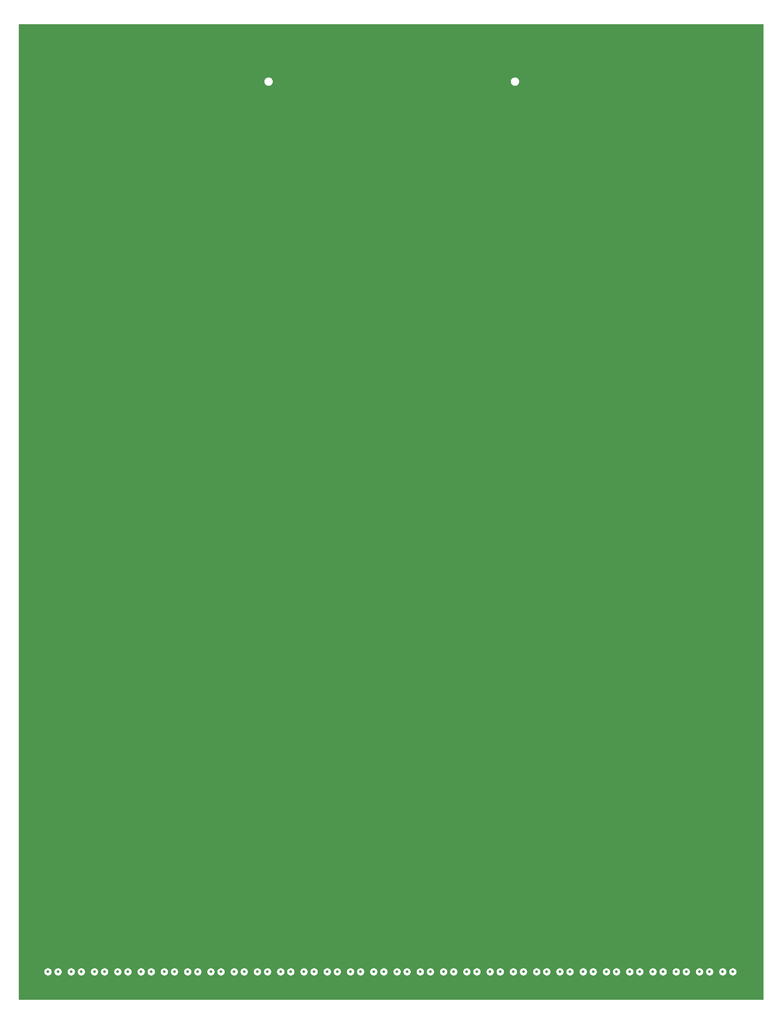
<source format=gbr>
G04 #@! TF.GenerationSoftware,KiCad,Pcbnew,(5.1.6)-1*
G04 #@! TF.CreationDate,2022-05-04T19:11:15-05:00*
G04 #@! TF.ProjectId,stripline_anode,73747269-706c-4696-9e65-5f616e6f6465,1a*
G04 #@! TF.SameCoordinates,Original*
G04 #@! TF.FileFunction,Copper,L4,Inr*
G04 #@! TF.FilePolarity,Positive*
%FSLAX46Y46*%
G04 Gerber Fmt 4.6, Leading zero omitted, Abs format (unit mm)*
G04 Created by KiCad (PCBNEW (5.1.6)-1) date 2022-05-04 19:11:15*
%MOMM*%
%LPD*%
G01*
G04 APERTURE LIST*
G04 #@! TA.AperFunction,ViaPad*
%ADD10C,0.800000*%
G04 #@! TD*
G04 #@! TA.AperFunction,Conductor*
%ADD11C,0.025400*%
G04 #@! TD*
G04 APERTURE END LIST*
D10*
X-103958000Y-121031000D03*
X-101926000Y-121031000D03*
X-99894000Y-121031000D03*
X-97862000Y-121031000D03*
X-95830000Y-121031000D03*
X-93798000Y-121031000D03*
X-91766000Y-121031000D03*
X-89734000Y-121031000D03*
X-87702000Y-121031000D03*
X-85670000Y-121031000D03*
X-83638000Y-121031000D03*
X-81606000Y-121031000D03*
X-79574000Y-121031000D03*
X-77542000Y-121031000D03*
X-75510000Y-121031000D03*
X-73478000Y-121031000D03*
X-71446000Y-121031000D03*
X-69414000Y-121031000D03*
X-67382000Y-121031000D03*
X-65350000Y-121031000D03*
X-63318000Y-121031000D03*
X-61286000Y-121031000D03*
X-59254000Y-121031000D03*
X-57222000Y-121031000D03*
X-55190000Y-121031000D03*
X-24710000Y-121031000D03*
X-20646000Y-121031000D03*
X-10486000Y-121031000D03*
X-6422000Y-121031000D03*
X-42998000Y-121031000D03*
X-34870000Y-121031000D03*
X-18614000Y-121031000D03*
X-8454000Y-121031000D03*
X-28774000Y-121031000D03*
X-14550000Y-121031000D03*
X-32838000Y-121031000D03*
X-22678000Y-121031000D03*
X-40966000Y-121031000D03*
X-47062000Y-121031000D03*
X-4390000Y-121031000D03*
X-51126000Y-121031000D03*
X-45030000Y-121031000D03*
X-12518000Y-121031000D03*
X-16582000Y-121031000D03*
X-36902000Y-121031000D03*
X-30806000Y-121031000D03*
X-26742000Y-121031000D03*
X-38934000Y-121031000D03*
X-49094000Y-121031000D03*
X-53158000Y-121031000D03*
X26090000Y-121031000D03*
X30154000Y-121031000D03*
X40314000Y-121031000D03*
X44378000Y-121031000D03*
X7802000Y-121031000D03*
X15930000Y-121031000D03*
X32186000Y-121031000D03*
X42346000Y-121031000D03*
X22026000Y-121031000D03*
X36250000Y-121031000D03*
X17962000Y-121031000D03*
X28122000Y-121031000D03*
X9834000Y-121031000D03*
X3738000Y-121031000D03*
X46410000Y-121031000D03*
X-326000Y-121031000D03*
X5770000Y-121031000D03*
X38282000Y-121031000D03*
X34218000Y-121031000D03*
X13898000Y-121031000D03*
X19994000Y-121031000D03*
X24058000Y-121031000D03*
X11866000Y-121031000D03*
X1706000Y-121031000D03*
X-2358000Y-121031000D03*
X76890000Y-121031000D03*
X80954000Y-121031000D03*
X91114000Y-121031000D03*
X95178000Y-121031000D03*
X58602000Y-121031000D03*
X66730000Y-121031000D03*
X82986000Y-121031000D03*
X93146000Y-121031000D03*
X72826000Y-121031000D03*
X87050000Y-121031000D03*
X68762000Y-121031000D03*
X78922000Y-121031000D03*
X60634000Y-121031000D03*
X54538000Y-121031000D03*
X97210000Y-121031000D03*
X50474000Y-121031000D03*
X56570000Y-121031000D03*
X89082000Y-121031000D03*
X85018000Y-121031000D03*
X64698000Y-121031000D03*
X70794000Y-121031000D03*
X74858000Y-121031000D03*
X62666000Y-121031000D03*
X52506000Y-121031000D03*
X48442000Y-121031000D03*
X99242000Y-121031000D03*
X101274000Y-121031000D03*
X103306000Y-121031000D03*
X-14042000Y109093000D03*
X-20646000Y109093000D03*
X-27758000Y109093000D03*
X-34362000Y109093000D03*
X-41474000Y109093000D03*
X-48078000Y109093000D03*
X-55698000Y109093000D03*
X-62302000Y109093000D03*
X-69414000Y109093000D03*
X-76018000Y109093000D03*
X-96846000Y109093000D03*
X-326000Y109093000D03*
X6786000Y109093000D03*
X13390000Y109093000D03*
X21010000Y109093000D03*
X27614000Y109093000D03*
X34726000Y109093000D03*
X41330000Y109093000D03*
X48442000Y109093000D03*
X55046000Y109093000D03*
X62158000Y109093000D03*
X76382000Y109093000D03*
X82986000Y109093000D03*
X90098000Y109093000D03*
X96702000Y109093000D03*
X104322000Y109093000D03*
X-6930000Y109093000D03*
X-89734000Y109093000D03*
X-83130000Y109093000D03*
X19994000Y161213800D03*
X-103958000Y161213800D03*
X80954000Y161213800D03*
X78922000Y161213800D03*
X72826000Y161213800D03*
X95178000Y161213800D03*
X87050000Y161213800D03*
X1706000Y161213800D03*
X68762000Y161213800D03*
X-53158000Y161213800D03*
X-99894000Y161213800D03*
X60634000Y161213800D03*
X76890000Y161213800D03*
X58602000Y161213800D03*
X93146000Y161213800D03*
X54538000Y161213800D03*
X82986000Y161213800D03*
X-2358000Y161213800D03*
X91114000Y161213800D03*
X66730000Y161213800D03*
X-12518000Y161213800D03*
X-26742000Y161213800D03*
X24058000Y161213800D03*
X38282000Y161213800D03*
X34218000Y161213800D03*
X17962000Y161213800D03*
X11866000Y161213800D03*
X9834000Y161213800D03*
X32186000Y161213800D03*
X-51126000Y161213800D03*
X46410000Y161213800D03*
X28122000Y161213800D03*
X-326000Y161213800D03*
X3738000Y161213800D03*
X-49094000Y161213800D03*
X7802000Y161213800D03*
X30154000Y161213800D03*
X-36902000Y161213800D03*
X-30806000Y161213800D03*
X70794000Y161213800D03*
X-81606000Y161213800D03*
X-22678000Y161213800D03*
X-32838000Y161213800D03*
X-101926000Y161213800D03*
X-83638000Y161213800D03*
X50474000Y161213800D03*
X-71446000Y161213800D03*
X-8454000Y161213800D03*
X-20646000Y161213800D03*
X97210000Y161213800D03*
X-24710000Y161213800D03*
X-65350000Y161213800D03*
X-18614000Y161213800D03*
X-69414000Y161213800D03*
X48442000Y161213800D03*
X-42998000Y161213800D03*
X-10486000Y161213800D03*
X-97862000Y161213800D03*
X-61286000Y161213800D03*
X-75510000Y161213800D03*
X-95830000Y161213800D03*
X-77542000Y161213800D03*
X-67382000Y161213800D03*
X64698000Y161213800D03*
X89082000Y161213800D03*
X-87702000Y161213800D03*
X40314000Y161213800D03*
X-34870000Y161213800D03*
X36250000Y161213800D03*
X44378000Y161213800D03*
X-38934000Y161213800D03*
X-85670000Y161213800D03*
X-14550000Y161213800D03*
X13898000Y161213800D03*
X5770000Y161213800D03*
X-16582000Y161213800D03*
X-28774000Y161213800D03*
X52506000Y161213800D03*
X-73478000Y161213800D03*
X-93798000Y161213800D03*
X42346000Y161213800D03*
X103306000Y161213800D03*
X-79574000Y161213800D03*
X62666000Y161213800D03*
X-45030000Y161213800D03*
X74858000Y161213800D03*
X15930000Y161213800D03*
X-59254000Y161213800D03*
X-57222000Y161213800D03*
X-4390000Y161213800D03*
X99242000Y161213800D03*
X26090000Y161213800D03*
X22026000Y161213800D03*
X-6422000Y161213800D03*
X85018000Y161213800D03*
X56570000Y161213800D03*
X-55190000Y161213800D03*
X-91766000Y161213800D03*
X101274000Y161213800D03*
X-63318000Y161213800D03*
X-47062000Y161213800D03*
X-40966000Y161213800D03*
X-89734000Y161213800D03*
X-104466000Y109093000D03*
X68762000Y109093000D03*
X-101850000Y-117000000D03*
X-98850000Y-116990000D03*
X-91930000Y-116990000D03*
X-94930000Y-117000000D03*
X-85010000Y-116990000D03*
X-88010000Y-117000000D03*
X-81090000Y-117000000D03*
X-78090000Y-116990000D03*
X-71150000Y-117000000D03*
X-74150000Y-116990000D03*
X-67230000Y-116990000D03*
X-64230000Y-117000000D03*
X-57310000Y-117000000D03*
X-60310000Y-116990000D03*
X-50390000Y-117000000D03*
X-53390000Y-116990000D03*
X-43470000Y-117000000D03*
X-46470000Y-116990000D03*
X-39570000Y-117000000D03*
X-36550000Y-117000000D03*
X-32630000Y-116990000D03*
X-29630000Y-117000000D03*
X-25710000Y-116990000D03*
X-22710000Y-117000000D03*
X-18790000Y-116990000D03*
X-15790000Y-117000000D03*
X-8870000Y-117000000D03*
X-11870000Y-116990000D03*
X-1950000Y-117000000D03*
X-4950000Y-116990000D03*
X4950000Y-116990000D03*
X1970000Y-116990000D03*
X11890000Y-117000000D03*
X8890000Y-116990000D03*
X18810000Y-117000000D03*
X15810000Y-116990000D03*
X22710000Y-117000000D03*
X25730000Y-117000000D03*
X32650000Y-117000000D03*
X29650000Y-116990000D03*
X36570000Y-116990000D03*
X39570000Y-117000000D03*
X43490000Y-116990000D03*
X46490000Y-117000000D03*
X50410000Y-116990000D03*
X53410000Y-117000000D03*
X60330000Y-117000000D03*
X57330000Y-116990000D03*
X67250000Y-117000000D03*
X64250000Y-116990000D03*
X71170000Y-116990000D03*
X74170000Y-117000000D03*
X78090000Y-116990000D03*
X81090000Y-117000000D03*
X88010000Y-117000000D03*
X85010000Y-116990000D03*
X94930000Y-117000000D03*
X91930000Y-116990000D03*
X101830000Y-116990000D03*
X98830000Y-117000000D03*
D11*
G36*
X110921800Y-125272800D02*
G01*
X-110540800Y-125272800D01*
X-110540800Y-116889306D01*
X-102973900Y-116889306D01*
X-102973900Y-117110694D01*
X-102930709Y-117327830D01*
X-102845987Y-117532366D01*
X-102722990Y-117716444D01*
X-102566444Y-117872990D01*
X-102382366Y-117995987D01*
X-102177830Y-118080709D01*
X-101960694Y-118123900D01*
X-101739306Y-118123900D01*
X-101522170Y-118080709D01*
X-101317634Y-117995987D01*
X-101133556Y-117872990D01*
X-100977010Y-117716444D01*
X-100854013Y-117532366D01*
X-100769291Y-117327830D01*
X-100726100Y-117110694D01*
X-100726100Y-116889306D01*
X-100728089Y-116879306D01*
X-99973900Y-116879306D01*
X-99973900Y-117100694D01*
X-99930709Y-117317830D01*
X-99845987Y-117522366D01*
X-99722990Y-117706444D01*
X-99566444Y-117862990D01*
X-99382366Y-117985987D01*
X-99177830Y-118070709D01*
X-98960694Y-118113900D01*
X-98739306Y-118113900D01*
X-98522170Y-118070709D01*
X-98317634Y-117985987D01*
X-98133556Y-117862990D01*
X-97977010Y-117706444D01*
X-97854013Y-117522366D01*
X-97769291Y-117317830D01*
X-97726100Y-117100694D01*
X-97726100Y-116889306D01*
X-96053900Y-116889306D01*
X-96053900Y-117110694D01*
X-96010709Y-117327830D01*
X-95925987Y-117532366D01*
X-95802990Y-117716444D01*
X-95646444Y-117872990D01*
X-95462366Y-117995987D01*
X-95257830Y-118080709D01*
X-95040694Y-118123900D01*
X-94819306Y-118123900D01*
X-94602170Y-118080709D01*
X-94397634Y-117995987D01*
X-94213556Y-117872990D01*
X-94057010Y-117716444D01*
X-93934013Y-117532366D01*
X-93849291Y-117327830D01*
X-93806100Y-117110694D01*
X-93806100Y-116889306D01*
X-93808089Y-116879306D01*
X-93053900Y-116879306D01*
X-93053900Y-117100694D01*
X-93010709Y-117317830D01*
X-92925987Y-117522366D01*
X-92802990Y-117706444D01*
X-92646444Y-117862990D01*
X-92462366Y-117985987D01*
X-92257830Y-118070709D01*
X-92040694Y-118113900D01*
X-91819306Y-118113900D01*
X-91602170Y-118070709D01*
X-91397634Y-117985987D01*
X-91213556Y-117862990D01*
X-91057010Y-117706444D01*
X-90934013Y-117522366D01*
X-90849291Y-117317830D01*
X-90806100Y-117100694D01*
X-90806100Y-116889306D01*
X-89133900Y-116889306D01*
X-89133900Y-117110694D01*
X-89090709Y-117327830D01*
X-89005987Y-117532366D01*
X-88882990Y-117716444D01*
X-88726444Y-117872990D01*
X-88542366Y-117995987D01*
X-88337830Y-118080709D01*
X-88120694Y-118123900D01*
X-87899306Y-118123900D01*
X-87682170Y-118080709D01*
X-87477634Y-117995987D01*
X-87293556Y-117872990D01*
X-87137010Y-117716444D01*
X-87014013Y-117532366D01*
X-86929291Y-117327830D01*
X-86886100Y-117110694D01*
X-86886100Y-116889306D01*
X-86888089Y-116879306D01*
X-86133900Y-116879306D01*
X-86133900Y-117100694D01*
X-86090709Y-117317830D01*
X-86005987Y-117522366D01*
X-85882990Y-117706444D01*
X-85726444Y-117862990D01*
X-85542366Y-117985987D01*
X-85337830Y-118070709D01*
X-85120694Y-118113900D01*
X-84899306Y-118113900D01*
X-84682170Y-118070709D01*
X-84477634Y-117985987D01*
X-84293556Y-117862990D01*
X-84137010Y-117706444D01*
X-84014013Y-117522366D01*
X-83929291Y-117317830D01*
X-83886100Y-117100694D01*
X-83886100Y-116889306D01*
X-82213900Y-116889306D01*
X-82213900Y-117110694D01*
X-82170709Y-117327830D01*
X-82085987Y-117532366D01*
X-81962990Y-117716444D01*
X-81806444Y-117872990D01*
X-81622366Y-117995987D01*
X-81417830Y-118080709D01*
X-81200694Y-118123900D01*
X-80979306Y-118123900D01*
X-80762170Y-118080709D01*
X-80557634Y-117995987D01*
X-80373556Y-117872990D01*
X-80217010Y-117716444D01*
X-80094013Y-117532366D01*
X-80009291Y-117327830D01*
X-79966100Y-117110694D01*
X-79966100Y-116889306D01*
X-79968089Y-116879306D01*
X-79213900Y-116879306D01*
X-79213900Y-117100694D01*
X-79170709Y-117317830D01*
X-79085987Y-117522366D01*
X-78962990Y-117706444D01*
X-78806444Y-117862990D01*
X-78622366Y-117985987D01*
X-78417830Y-118070709D01*
X-78200694Y-118113900D01*
X-77979306Y-118113900D01*
X-77762170Y-118070709D01*
X-77557634Y-117985987D01*
X-77373556Y-117862990D01*
X-77217010Y-117706444D01*
X-77094013Y-117522366D01*
X-77009291Y-117317830D01*
X-76966100Y-117100694D01*
X-76966100Y-116879306D01*
X-75273900Y-116879306D01*
X-75273900Y-117100694D01*
X-75230709Y-117317830D01*
X-75145987Y-117522366D01*
X-75022990Y-117706444D01*
X-74866444Y-117862990D01*
X-74682366Y-117985987D01*
X-74477830Y-118070709D01*
X-74260694Y-118113900D01*
X-74039306Y-118113900D01*
X-73822170Y-118070709D01*
X-73617634Y-117985987D01*
X-73433556Y-117862990D01*
X-73277010Y-117706444D01*
X-73154013Y-117522366D01*
X-73069291Y-117317830D01*
X-73026100Y-117100694D01*
X-73026100Y-116889306D01*
X-72273900Y-116889306D01*
X-72273900Y-117110694D01*
X-72230709Y-117327830D01*
X-72145987Y-117532366D01*
X-72022990Y-117716444D01*
X-71866444Y-117872990D01*
X-71682366Y-117995987D01*
X-71477830Y-118080709D01*
X-71260694Y-118123900D01*
X-71039306Y-118123900D01*
X-70822170Y-118080709D01*
X-70617634Y-117995987D01*
X-70433556Y-117872990D01*
X-70277010Y-117716444D01*
X-70154013Y-117532366D01*
X-70069291Y-117327830D01*
X-70026100Y-117110694D01*
X-70026100Y-116889306D01*
X-70028089Y-116879306D01*
X-68353900Y-116879306D01*
X-68353900Y-117100694D01*
X-68310709Y-117317830D01*
X-68225987Y-117522366D01*
X-68102990Y-117706444D01*
X-67946444Y-117862990D01*
X-67762366Y-117985987D01*
X-67557830Y-118070709D01*
X-67340694Y-118113900D01*
X-67119306Y-118113900D01*
X-66902170Y-118070709D01*
X-66697634Y-117985987D01*
X-66513556Y-117862990D01*
X-66357010Y-117706444D01*
X-66234013Y-117522366D01*
X-66149291Y-117317830D01*
X-66106100Y-117100694D01*
X-66106100Y-116889306D01*
X-65353900Y-116889306D01*
X-65353900Y-117110694D01*
X-65310709Y-117327830D01*
X-65225987Y-117532366D01*
X-65102990Y-117716444D01*
X-64946444Y-117872990D01*
X-64762366Y-117995987D01*
X-64557830Y-118080709D01*
X-64340694Y-118123900D01*
X-64119306Y-118123900D01*
X-63902170Y-118080709D01*
X-63697634Y-117995987D01*
X-63513556Y-117872990D01*
X-63357010Y-117716444D01*
X-63234013Y-117532366D01*
X-63149291Y-117327830D01*
X-63106100Y-117110694D01*
X-63106100Y-116889306D01*
X-63108089Y-116879306D01*
X-61433900Y-116879306D01*
X-61433900Y-117100694D01*
X-61390709Y-117317830D01*
X-61305987Y-117522366D01*
X-61182990Y-117706444D01*
X-61026444Y-117862990D01*
X-60842366Y-117985987D01*
X-60637830Y-118070709D01*
X-60420694Y-118113900D01*
X-60199306Y-118113900D01*
X-59982170Y-118070709D01*
X-59777634Y-117985987D01*
X-59593556Y-117862990D01*
X-59437010Y-117706444D01*
X-59314013Y-117522366D01*
X-59229291Y-117317830D01*
X-59186100Y-117100694D01*
X-59186100Y-116889306D01*
X-58433900Y-116889306D01*
X-58433900Y-117110694D01*
X-58390709Y-117327830D01*
X-58305987Y-117532366D01*
X-58182990Y-117716444D01*
X-58026444Y-117872990D01*
X-57842366Y-117995987D01*
X-57637830Y-118080709D01*
X-57420694Y-118123900D01*
X-57199306Y-118123900D01*
X-56982170Y-118080709D01*
X-56777634Y-117995987D01*
X-56593556Y-117872990D01*
X-56437010Y-117716444D01*
X-56314013Y-117532366D01*
X-56229291Y-117327830D01*
X-56186100Y-117110694D01*
X-56186100Y-116889306D01*
X-56188089Y-116879306D01*
X-54513900Y-116879306D01*
X-54513900Y-117100694D01*
X-54470709Y-117317830D01*
X-54385987Y-117522366D01*
X-54262990Y-117706444D01*
X-54106444Y-117862990D01*
X-53922366Y-117985987D01*
X-53717830Y-118070709D01*
X-53500694Y-118113900D01*
X-53279306Y-118113900D01*
X-53062170Y-118070709D01*
X-52857634Y-117985987D01*
X-52673556Y-117862990D01*
X-52517010Y-117706444D01*
X-52394013Y-117522366D01*
X-52309291Y-117317830D01*
X-52266100Y-117100694D01*
X-52266100Y-116889306D01*
X-51513900Y-116889306D01*
X-51513900Y-117110694D01*
X-51470709Y-117327830D01*
X-51385987Y-117532366D01*
X-51262990Y-117716444D01*
X-51106444Y-117872990D01*
X-50922366Y-117995987D01*
X-50717830Y-118080709D01*
X-50500694Y-118123900D01*
X-50279306Y-118123900D01*
X-50062170Y-118080709D01*
X-49857634Y-117995987D01*
X-49673556Y-117872990D01*
X-49517010Y-117716444D01*
X-49394013Y-117532366D01*
X-49309291Y-117327830D01*
X-49266100Y-117110694D01*
X-49266100Y-116889306D01*
X-49268089Y-116879306D01*
X-47593900Y-116879306D01*
X-47593900Y-117100694D01*
X-47550709Y-117317830D01*
X-47465987Y-117522366D01*
X-47342990Y-117706444D01*
X-47186444Y-117862990D01*
X-47002366Y-117985987D01*
X-46797830Y-118070709D01*
X-46580694Y-118113900D01*
X-46359306Y-118113900D01*
X-46142170Y-118070709D01*
X-45937634Y-117985987D01*
X-45753556Y-117862990D01*
X-45597010Y-117706444D01*
X-45474013Y-117522366D01*
X-45389291Y-117317830D01*
X-45346100Y-117100694D01*
X-45346100Y-116889306D01*
X-44593900Y-116889306D01*
X-44593900Y-117110694D01*
X-44550709Y-117327830D01*
X-44465987Y-117532366D01*
X-44342990Y-117716444D01*
X-44186444Y-117872990D01*
X-44002366Y-117995987D01*
X-43797830Y-118080709D01*
X-43580694Y-118123900D01*
X-43359306Y-118123900D01*
X-43142170Y-118080709D01*
X-42937634Y-117995987D01*
X-42753556Y-117872990D01*
X-42597010Y-117716444D01*
X-42474013Y-117532366D01*
X-42389291Y-117327830D01*
X-42346100Y-117110694D01*
X-42346100Y-116889306D01*
X-40693900Y-116889306D01*
X-40693900Y-117110694D01*
X-40650709Y-117327830D01*
X-40565987Y-117532366D01*
X-40442990Y-117716444D01*
X-40286444Y-117872990D01*
X-40102366Y-117995987D01*
X-39897830Y-118080709D01*
X-39680694Y-118123900D01*
X-39459306Y-118123900D01*
X-39242170Y-118080709D01*
X-39037634Y-117995987D01*
X-38853556Y-117872990D01*
X-38697010Y-117716444D01*
X-38574013Y-117532366D01*
X-38489291Y-117327830D01*
X-38446100Y-117110694D01*
X-38446100Y-116889306D01*
X-37673900Y-116889306D01*
X-37673900Y-117110694D01*
X-37630709Y-117327830D01*
X-37545987Y-117532366D01*
X-37422990Y-117716444D01*
X-37266444Y-117872990D01*
X-37082366Y-117995987D01*
X-36877830Y-118080709D01*
X-36660694Y-118123900D01*
X-36439306Y-118123900D01*
X-36222170Y-118080709D01*
X-36017634Y-117995987D01*
X-35833556Y-117872990D01*
X-35677010Y-117716444D01*
X-35554013Y-117532366D01*
X-35469291Y-117327830D01*
X-35426100Y-117110694D01*
X-35426100Y-116889306D01*
X-35428089Y-116879306D01*
X-33753900Y-116879306D01*
X-33753900Y-117100694D01*
X-33710709Y-117317830D01*
X-33625987Y-117522366D01*
X-33502990Y-117706444D01*
X-33346444Y-117862990D01*
X-33162366Y-117985987D01*
X-32957830Y-118070709D01*
X-32740694Y-118113900D01*
X-32519306Y-118113900D01*
X-32302170Y-118070709D01*
X-32097634Y-117985987D01*
X-31913556Y-117862990D01*
X-31757010Y-117706444D01*
X-31634013Y-117522366D01*
X-31549291Y-117317830D01*
X-31506100Y-117100694D01*
X-31506100Y-116889306D01*
X-30753900Y-116889306D01*
X-30753900Y-117110694D01*
X-30710709Y-117327830D01*
X-30625987Y-117532366D01*
X-30502990Y-117716444D01*
X-30346444Y-117872990D01*
X-30162366Y-117995987D01*
X-29957830Y-118080709D01*
X-29740694Y-118123900D01*
X-29519306Y-118123900D01*
X-29302170Y-118080709D01*
X-29097634Y-117995987D01*
X-28913556Y-117872990D01*
X-28757010Y-117716444D01*
X-28634013Y-117532366D01*
X-28549291Y-117327830D01*
X-28506100Y-117110694D01*
X-28506100Y-116889306D01*
X-28508089Y-116879306D01*
X-26833900Y-116879306D01*
X-26833900Y-117100694D01*
X-26790709Y-117317830D01*
X-26705987Y-117522366D01*
X-26582990Y-117706444D01*
X-26426444Y-117862990D01*
X-26242366Y-117985987D01*
X-26037830Y-118070709D01*
X-25820694Y-118113900D01*
X-25599306Y-118113900D01*
X-25382170Y-118070709D01*
X-25177634Y-117985987D01*
X-24993556Y-117862990D01*
X-24837010Y-117706444D01*
X-24714013Y-117522366D01*
X-24629291Y-117317830D01*
X-24586100Y-117100694D01*
X-24586100Y-116889306D01*
X-23833900Y-116889306D01*
X-23833900Y-117110694D01*
X-23790709Y-117327830D01*
X-23705987Y-117532366D01*
X-23582990Y-117716444D01*
X-23426444Y-117872990D01*
X-23242366Y-117995987D01*
X-23037830Y-118080709D01*
X-22820694Y-118123900D01*
X-22599306Y-118123900D01*
X-22382170Y-118080709D01*
X-22177634Y-117995987D01*
X-21993556Y-117872990D01*
X-21837010Y-117716444D01*
X-21714013Y-117532366D01*
X-21629291Y-117327830D01*
X-21586100Y-117110694D01*
X-21586100Y-116889306D01*
X-21588089Y-116879306D01*
X-19913900Y-116879306D01*
X-19913900Y-117100694D01*
X-19870709Y-117317830D01*
X-19785987Y-117522366D01*
X-19662990Y-117706444D01*
X-19506444Y-117862990D01*
X-19322366Y-117985987D01*
X-19117830Y-118070709D01*
X-18900694Y-118113900D01*
X-18679306Y-118113900D01*
X-18462170Y-118070709D01*
X-18257634Y-117985987D01*
X-18073556Y-117862990D01*
X-17917010Y-117706444D01*
X-17794013Y-117522366D01*
X-17709291Y-117317830D01*
X-17666100Y-117100694D01*
X-17666100Y-116889306D01*
X-16913900Y-116889306D01*
X-16913900Y-117110694D01*
X-16870709Y-117327830D01*
X-16785987Y-117532366D01*
X-16662990Y-117716444D01*
X-16506444Y-117872990D01*
X-16322366Y-117995987D01*
X-16117830Y-118080709D01*
X-15900694Y-118123900D01*
X-15679306Y-118123900D01*
X-15462170Y-118080709D01*
X-15257634Y-117995987D01*
X-15073556Y-117872990D01*
X-14917010Y-117716444D01*
X-14794013Y-117532366D01*
X-14709291Y-117327830D01*
X-14666100Y-117110694D01*
X-14666100Y-116889306D01*
X-14668089Y-116879306D01*
X-12993900Y-116879306D01*
X-12993900Y-117100694D01*
X-12950709Y-117317830D01*
X-12865987Y-117522366D01*
X-12742990Y-117706444D01*
X-12586444Y-117862990D01*
X-12402366Y-117985987D01*
X-12197830Y-118070709D01*
X-11980694Y-118113900D01*
X-11759306Y-118113900D01*
X-11542170Y-118070709D01*
X-11337634Y-117985987D01*
X-11153556Y-117862990D01*
X-10997010Y-117706444D01*
X-10874013Y-117522366D01*
X-10789291Y-117317830D01*
X-10746100Y-117100694D01*
X-10746100Y-116889306D01*
X-9993900Y-116889306D01*
X-9993900Y-117110694D01*
X-9950709Y-117327830D01*
X-9865987Y-117532366D01*
X-9742990Y-117716444D01*
X-9586444Y-117872990D01*
X-9402366Y-117995987D01*
X-9197830Y-118080709D01*
X-8980694Y-118123900D01*
X-8759306Y-118123900D01*
X-8542170Y-118080709D01*
X-8337634Y-117995987D01*
X-8153556Y-117872990D01*
X-7997010Y-117716444D01*
X-7874013Y-117532366D01*
X-7789291Y-117327830D01*
X-7746100Y-117110694D01*
X-7746100Y-116889306D01*
X-7748089Y-116879306D01*
X-6073900Y-116879306D01*
X-6073900Y-117100694D01*
X-6030709Y-117317830D01*
X-5945987Y-117522366D01*
X-5822990Y-117706444D01*
X-5666444Y-117862990D01*
X-5482366Y-117985987D01*
X-5277830Y-118070709D01*
X-5060694Y-118113900D01*
X-4839306Y-118113900D01*
X-4622170Y-118070709D01*
X-4417634Y-117985987D01*
X-4233556Y-117862990D01*
X-4077010Y-117706444D01*
X-3954013Y-117522366D01*
X-3869291Y-117317830D01*
X-3826100Y-117100694D01*
X-3826100Y-116889306D01*
X-3073900Y-116889306D01*
X-3073900Y-117110694D01*
X-3030709Y-117327830D01*
X-2945987Y-117532366D01*
X-2822990Y-117716444D01*
X-2666444Y-117872990D01*
X-2482366Y-117995987D01*
X-2277830Y-118080709D01*
X-2060694Y-118123900D01*
X-1839306Y-118123900D01*
X-1622170Y-118080709D01*
X-1417634Y-117995987D01*
X-1233556Y-117872990D01*
X-1077010Y-117716444D01*
X-954013Y-117532366D01*
X-869291Y-117327830D01*
X-826100Y-117110694D01*
X-826100Y-116889306D01*
X-828089Y-116879306D01*
X846100Y-116879306D01*
X846100Y-117100694D01*
X889291Y-117317830D01*
X974013Y-117522366D01*
X1097010Y-117706444D01*
X1253556Y-117862990D01*
X1437634Y-117985987D01*
X1642170Y-118070709D01*
X1859306Y-118113900D01*
X2080694Y-118113900D01*
X2297830Y-118070709D01*
X2502366Y-117985987D01*
X2686444Y-117862990D01*
X2842990Y-117706444D01*
X2965987Y-117522366D01*
X3050709Y-117317830D01*
X3093900Y-117100694D01*
X3093900Y-116879306D01*
X3826100Y-116879306D01*
X3826100Y-117100694D01*
X3869291Y-117317830D01*
X3954013Y-117522366D01*
X4077010Y-117706444D01*
X4233556Y-117862990D01*
X4417634Y-117985987D01*
X4622170Y-118070709D01*
X4839306Y-118113900D01*
X5060694Y-118113900D01*
X5277830Y-118070709D01*
X5482366Y-117985987D01*
X5666444Y-117862990D01*
X5822990Y-117706444D01*
X5945987Y-117522366D01*
X6030709Y-117317830D01*
X6073900Y-117100694D01*
X6073900Y-116879306D01*
X7766100Y-116879306D01*
X7766100Y-117100694D01*
X7809291Y-117317830D01*
X7894013Y-117522366D01*
X8017010Y-117706444D01*
X8173556Y-117862990D01*
X8357634Y-117985987D01*
X8562170Y-118070709D01*
X8779306Y-118113900D01*
X9000694Y-118113900D01*
X9217830Y-118070709D01*
X9422366Y-117985987D01*
X9606444Y-117862990D01*
X9762990Y-117706444D01*
X9885987Y-117522366D01*
X9970709Y-117317830D01*
X10013900Y-117100694D01*
X10013900Y-116889306D01*
X10766100Y-116889306D01*
X10766100Y-117110694D01*
X10809291Y-117327830D01*
X10894013Y-117532366D01*
X11017010Y-117716444D01*
X11173556Y-117872990D01*
X11357634Y-117995987D01*
X11562170Y-118080709D01*
X11779306Y-118123900D01*
X12000694Y-118123900D01*
X12217830Y-118080709D01*
X12422366Y-117995987D01*
X12606444Y-117872990D01*
X12762990Y-117716444D01*
X12885987Y-117532366D01*
X12970709Y-117327830D01*
X13013900Y-117110694D01*
X13013900Y-116889306D01*
X13011911Y-116879306D01*
X14686100Y-116879306D01*
X14686100Y-117100694D01*
X14729291Y-117317830D01*
X14814013Y-117522366D01*
X14937010Y-117706444D01*
X15093556Y-117862990D01*
X15277634Y-117985987D01*
X15482170Y-118070709D01*
X15699306Y-118113900D01*
X15920694Y-118113900D01*
X16137830Y-118070709D01*
X16342366Y-117985987D01*
X16526444Y-117862990D01*
X16682990Y-117706444D01*
X16805987Y-117522366D01*
X16890709Y-117317830D01*
X16933900Y-117100694D01*
X16933900Y-116889306D01*
X17686100Y-116889306D01*
X17686100Y-117110694D01*
X17729291Y-117327830D01*
X17814013Y-117532366D01*
X17937010Y-117716444D01*
X18093556Y-117872990D01*
X18277634Y-117995987D01*
X18482170Y-118080709D01*
X18699306Y-118123900D01*
X18920694Y-118123900D01*
X19137830Y-118080709D01*
X19342366Y-117995987D01*
X19526444Y-117872990D01*
X19682990Y-117716444D01*
X19805987Y-117532366D01*
X19890709Y-117327830D01*
X19933900Y-117110694D01*
X19933900Y-116889306D01*
X21586100Y-116889306D01*
X21586100Y-117110694D01*
X21629291Y-117327830D01*
X21714013Y-117532366D01*
X21837010Y-117716444D01*
X21993556Y-117872990D01*
X22177634Y-117995987D01*
X22382170Y-118080709D01*
X22599306Y-118123900D01*
X22820694Y-118123900D01*
X23037830Y-118080709D01*
X23242366Y-117995987D01*
X23426444Y-117872990D01*
X23582990Y-117716444D01*
X23705987Y-117532366D01*
X23790709Y-117327830D01*
X23833900Y-117110694D01*
X23833900Y-116889306D01*
X24606100Y-116889306D01*
X24606100Y-117110694D01*
X24649291Y-117327830D01*
X24734013Y-117532366D01*
X24857010Y-117716444D01*
X25013556Y-117872990D01*
X25197634Y-117995987D01*
X25402170Y-118080709D01*
X25619306Y-118123900D01*
X25840694Y-118123900D01*
X26057830Y-118080709D01*
X26262366Y-117995987D01*
X26446444Y-117872990D01*
X26602990Y-117716444D01*
X26725987Y-117532366D01*
X26810709Y-117327830D01*
X26853900Y-117110694D01*
X26853900Y-116889306D01*
X26851911Y-116879306D01*
X28526100Y-116879306D01*
X28526100Y-117100694D01*
X28569291Y-117317830D01*
X28654013Y-117522366D01*
X28777010Y-117706444D01*
X28933556Y-117862990D01*
X29117634Y-117985987D01*
X29322170Y-118070709D01*
X29539306Y-118113900D01*
X29760694Y-118113900D01*
X29977830Y-118070709D01*
X30182366Y-117985987D01*
X30366444Y-117862990D01*
X30522990Y-117706444D01*
X30645987Y-117522366D01*
X30730709Y-117317830D01*
X30773900Y-117100694D01*
X30773900Y-116889306D01*
X31526100Y-116889306D01*
X31526100Y-117110694D01*
X31569291Y-117327830D01*
X31654013Y-117532366D01*
X31777010Y-117716444D01*
X31933556Y-117872990D01*
X32117634Y-117995987D01*
X32322170Y-118080709D01*
X32539306Y-118123900D01*
X32760694Y-118123900D01*
X32977830Y-118080709D01*
X33182366Y-117995987D01*
X33366444Y-117872990D01*
X33522990Y-117716444D01*
X33645987Y-117532366D01*
X33730709Y-117327830D01*
X33773900Y-117110694D01*
X33773900Y-116889306D01*
X33771911Y-116879306D01*
X35446100Y-116879306D01*
X35446100Y-117100694D01*
X35489291Y-117317830D01*
X35574013Y-117522366D01*
X35697010Y-117706444D01*
X35853556Y-117862990D01*
X36037634Y-117985987D01*
X36242170Y-118070709D01*
X36459306Y-118113900D01*
X36680694Y-118113900D01*
X36897830Y-118070709D01*
X37102366Y-117985987D01*
X37286444Y-117862990D01*
X37442990Y-117706444D01*
X37565987Y-117522366D01*
X37650709Y-117317830D01*
X37693900Y-117100694D01*
X37693900Y-116889306D01*
X38446100Y-116889306D01*
X38446100Y-117110694D01*
X38489291Y-117327830D01*
X38574013Y-117532366D01*
X38697010Y-117716444D01*
X38853556Y-117872990D01*
X39037634Y-117995987D01*
X39242170Y-118080709D01*
X39459306Y-118123900D01*
X39680694Y-118123900D01*
X39897830Y-118080709D01*
X40102366Y-117995987D01*
X40286444Y-117872990D01*
X40442990Y-117716444D01*
X40565987Y-117532366D01*
X40650709Y-117327830D01*
X40693900Y-117110694D01*
X40693900Y-116889306D01*
X40691911Y-116879306D01*
X42366100Y-116879306D01*
X42366100Y-117100694D01*
X42409291Y-117317830D01*
X42494013Y-117522366D01*
X42617010Y-117706444D01*
X42773556Y-117862990D01*
X42957634Y-117985987D01*
X43162170Y-118070709D01*
X43379306Y-118113900D01*
X43600694Y-118113900D01*
X43817830Y-118070709D01*
X44022366Y-117985987D01*
X44206444Y-117862990D01*
X44362990Y-117706444D01*
X44485987Y-117522366D01*
X44570709Y-117317830D01*
X44613900Y-117100694D01*
X44613900Y-116889306D01*
X45366100Y-116889306D01*
X45366100Y-117110694D01*
X45409291Y-117327830D01*
X45494013Y-117532366D01*
X45617010Y-117716444D01*
X45773556Y-117872990D01*
X45957634Y-117995987D01*
X46162170Y-118080709D01*
X46379306Y-118123900D01*
X46600694Y-118123900D01*
X46817830Y-118080709D01*
X47022366Y-117995987D01*
X47206444Y-117872990D01*
X47362990Y-117716444D01*
X47485987Y-117532366D01*
X47570709Y-117327830D01*
X47613900Y-117110694D01*
X47613900Y-116889306D01*
X47611911Y-116879306D01*
X49286100Y-116879306D01*
X49286100Y-117100694D01*
X49329291Y-117317830D01*
X49414013Y-117522366D01*
X49537010Y-117706444D01*
X49693556Y-117862990D01*
X49877634Y-117985987D01*
X50082170Y-118070709D01*
X50299306Y-118113900D01*
X50520694Y-118113900D01*
X50737830Y-118070709D01*
X50942366Y-117985987D01*
X51126444Y-117862990D01*
X51282990Y-117706444D01*
X51405987Y-117522366D01*
X51490709Y-117317830D01*
X51533900Y-117100694D01*
X51533900Y-116889306D01*
X52286100Y-116889306D01*
X52286100Y-117110694D01*
X52329291Y-117327830D01*
X52414013Y-117532366D01*
X52537010Y-117716444D01*
X52693556Y-117872990D01*
X52877634Y-117995987D01*
X53082170Y-118080709D01*
X53299306Y-118123900D01*
X53520694Y-118123900D01*
X53737830Y-118080709D01*
X53942366Y-117995987D01*
X54126444Y-117872990D01*
X54282990Y-117716444D01*
X54405987Y-117532366D01*
X54490709Y-117327830D01*
X54533900Y-117110694D01*
X54533900Y-116889306D01*
X54531911Y-116879306D01*
X56206100Y-116879306D01*
X56206100Y-117100694D01*
X56249291Y-117317830D01*
X56334013Y-117522366D01*
X56457010Y-117706444D01*
X56613556Y-117862990D01*
X56797634Y-117985987D01*
X57002170Y-118070709D01*
X57219306Y-118113900D01*
X57440694Y-118113900D01*
X57657830Y-118070709D01*
X57862366Y-117985987D01*
X58046444Y-117862990D01*
X58202990Y-117706444D01*
X58325987Y-117522366D01*
X58410709Y-117317830D01*
X58453900Y-117100694D01*
X58453900Y-116889306D01*
X59206100Y-116889306D01*
X59206100Y-117110694D01*
X59249291Y-117327830D01*
X59334013Y-117532366D01*
X59457010Y-117716444D01*
X59613556Y-117872990D01*
X59797634Y-117995987D01*
X60002170Y-118080709D01*
X60219306Y-118123900D01*
X60440694Y-118123900D01*
X60657830Y-118080709D01*
X60862366Y-117995987D01*
X61046444Y-117872990D01*
X61202990Y-117716444D01*
X61325987Y-117532366D01*
X61410709Y-117327830D01*
X61453900Y-117110694D01*
X61453900Y-116889306D01*
X61451911Y-116879306D01*
X63126100Y-116879306D01*
X63126100Y-117100694D01*
X63169291Y-117317830D01*
X63254013Y-117522366D01*
X63377010Y-117706444D01*
X63533556Y-117862990D01*
X63717634Y-117985987D01*
X63922170Y-118070709D01*
X64139306Y-118113900D01*
X64360694Y-118113900D01*
X64577830Y-118070709D01*
X64782366Y-117985987D01*
X64966444Y-117862990D01*
X65122990Y-117706444D01*
X65245987Y-117522366D01*
X65330709Y-117317830D01*
X65373900Y-117100694D01*
X65373900Y-116889306D01*
X66126100Y-116889306D01*
X66126100Y-117110694D01*
X66169291Y-117327830D01*
X66254013Y-117532366D01*
X66377010Y-117716444D01*
X66533556Y-117872990D01*
X66717634Y-117995987D01*
X66922170Y-118080709D01*
X67139306Y-118123900D01*
X67360694Y-118123900D01*
X67577830Y-118080709D01*
X67782366Y-117995987D01*
X67966444Y-117872990D01*
X68122990Y-117716444D01*
X68245987Y-117532366D01*
X68330709Y-117327830D01*
X68373900Y-117110694D01*
X68373900Y-116889306D01*
X68371911Y-116879306D01*
X70046100Y-116879306D01*
X70046100Y-117100694D01*
X70089291Y-117317830D01*
X70174013Y-117522366D01*
X70297010Y-117706444D01*
X70453556Y-117862990D01*
X70637634Y-117985987D01*
X70842170Y-118070709D01*
X71059306Y-118113900D01*
X71280694Y-118113900D01*
X71497830Y-118070709D01*
X71702366Y-117985987D01*
X71886444Y-117862990D01*
X72042990Y-117706444D01*
X72165987Y-117522366D01*
X72250709Y-117317830D01*
X72293900Y-117100694D01*
X72293900Y-116889306D01*
X73046100Y-116889306D01*
X73046100Y-117110694D01*
X73089291Y-117327830D01*
X73174013Y-117532366D01*
X73297010Y-117716444D01*
X73453556Y-117872990D01*
X73637634Y-117995987D01*
X73842170Y-118080709D01*
X74059306Y-118123900D01*
X74280694Y-118123900D01*
X74497830Y-118080709D01*
X74702366Y-117995987D01*
X74886444Y-117872990D01*
X75042990Y-117716444D01*
X75165987Y-117532366D01*
X75250709Y-117327830D01*
X75293900Y-117110694D01*
X75293900Y-116889306D01*
X75291911Y-116879306D01*
X76966100Y-116879306D01*
X76966100Y-117100694D01*
X77009291Y-117317830D01*
X77094013Y-117522366D01*
X77217010Y-117706444D01*
X77373556Y-117862990D01*
X77557634Y-117985987D01*
X77762170Y-118070709D01*
X77979306Y-118113900D01*
X78200694Y-118113900D01*
X78417830Y-118070709D01*
X78622366Y-117985987D01*
X78806444Y-117862990D01*
X78962990Y-117706444D01*
X79085987Y-117522366D01*
X79170709Y-117317830D01*
X79213900Y-117100694D01*
X79213900Y-116889306D01*
X79966100Y-116889306D01*
X79966100Y-117110694D01*
X80009291Y-117327830D01*
X80094013Y-117532366D01*
X80217010Y-117716444D01*
X80373556Y-117872990D01*
X80557634Y-117995987D01*
X80762170Y-118080709D01*
X80979306Y-118123900D01*
X81200694Y-118123900D01*
X81417830Y-118080709D01*
X81622366Y-117995987D01*
X81806444Y-117872990D01*
X81962990Y-117716444D01*
X82085987Y-117532366D01*
X82170709Y-117327830D01*
X82213900Y-117110694D01*
X82213900Y-116889306D01*
X82211911Y-116879306D01*
X83886100Y-116879306D01*
X83886100Y-117100694D01*
X83929291Y-117317830D01*
X84014013Y-117522366D01*
X84137010Y-117706444D01*
X84293556Y-117862990D01*
X84477634Y-117985987D01*
X84682170Y-118070709D01*
X84899306Y-118113900D01*
X85120694Y-118113900D01*
X85337830Y-118070709D01*
X85542366Y-117985987D01*
X85726444Y-117862990D01*
X85882990Y-117706444D01*
X86005987Y-117522366D01*
X86090709Y-117317830D01*
X86133900Y-117100694D01*
X86133900Y-116889306D01*
X86886100Y-116889306D01*
X86886100Y-117110694D01*
X86929291Y-117327830D01*
X87014013Y-117532366D01*
X87137010Y-117716444D01*
X87293556Y-117872990D01*
X87477634Y-117995987D01*
X87682170Y-118080709D01*
X87899306Y-118123900D01*
X88120694Y-118123900D01*
X88337830Y-118080709D01*
X88542366Y-117995987D01*
X88726444Y-117872990D01*
X88882990Y-117716444D01*
X89005987Y-117532366D01*
X89090709Y-117327830D01*
X89133900Y-117110694D01*
X89133900Y-116889306D01*
X89131911Y-116879306D01*
X90806100Y-116879306D01*
X90806100Y-117100694D01*
X90849291Y-117317830D01*
X90934013Y-117522366D01*
X91057010Y-117706444D01*
X91213556Y-117862990D01*
X91397634Y-117985987D01*
X91602170Y-118070709D01*
X91819306Y-118113900D01*
X92040694Y-118113900D01*
X92257830Y-118070709D01*
X92462366Y-117985987D01*
X92646444Y-117862990D01*
X92802990Y-117706444D01*
X92925987Y-117522366D01*
X93010709Y-117317830D01*
X93053900Y-117100694D01*
X93053900Y-116889306D01*
X93806100Y-116889306D01*
X93806100Y-117110694D01*
X93849291Y-117327830D01*
X93934013Y-117532366D01*
X94057010Y-117716444D01*
X94213556Y-117872990D01*
X94397634Y-117995987D01*
X94602170Y-118080709D01*
X94819306Y-118123900D01*
X95040694Y-118123900D01*
X95257830Y-118080709D01*
X95462366Y-117995987D01*
X95646444Y-117872990D01*
X95802990Y-117716444D01*
X95925987Y-117532366D01*
X96010709Y-117327830D01*
X96053900Y-117110694D01*
X96053900Y-116889306D01*
X97706100Y-116889306D01*
X97706100Y-117110694D01*
X97749291Y-117327830D01*
X97834013Y-117532366D01*
X97957010Y-117716444D01*
X98113556Y-117872990D01*
X98297634Y-117995987D01*
X98502170Y-118080709D01*
X98719306Y-118123900D01*
X98940694Y-118123900D01*
X99157830Y-118080709D01*
X99362366Y-117995987D01*
X99546444Y-117872990D01*
X99702990Y-117716444D01*
X99825987Y-117532366D01*
X99910709Y-117327830D01*
X99953900Y-117110694D01*
X99953900Y-116889306D01*
X99951911Y-116879306D01*
X100706100Y-116879306D01*
X100706100Y-117100694D01*
X100749291Y-117317830D01*
X100834013Y-117522366D01*
X100957010Y-117706444D01*
X101113556Y-117862990D01*
X101297634Y-117985987D01*
X101502170Y-118070709D01*
X101719306Y-118113900D01*
X101940694Y-118113900D01*
X102157830Y-118070709D01*
X102362366Y-117985987D01*
X102546444Y-117862990D01*
X102702990Y-117706444D01*
X102825987Y-117522366D01*
X102910709Y-117317830D01*
X102953900Y-117100694D01*
X102953900Y-116879306D01*
X102910709Y-116662170D01*
X102825987Y-116457634D01*
X102702990Y-116273556D01*
X102546444Y-116117010D01*
X102362366Y-115994013D01*
X102157830Y-115909291D01*
X101940694Y-115866100D01*
X101719306Y-115866100D01*
X101502170Y-115909291D01*
X101297634Y-115994013D01*
X101113556Y-116117010D01*
X100957010Y-116273556D01*
X100834013Y-116457634D01*
X100749291Y-116662170D01*
X100706100Y-116879306D01*
X99951911Y-116879306D01*
X99910709Y-116672170D01*
X99825987Y-116467634D01*
X99702990Y-116283556D01*
X99546444Y-116127010D01*
X99362366Y-116004013D01*
X99157830Y-115919291D01*
X98940694Y-115876100D01*
X98719306Y-115876100D01*
X98502170Y-115919291D01*
X98297634Y-116004013D01*
X98113556Y-116127010D01*
X97957010Y-116283556D01*
X97834013Y-116467634D01*
X97749291Y-116672170D01*
X97706100Y-116889306D01*
X96053900Y-116889306D01*
X96010709Y-116672170D01*
X95925987Y-116467634D01*
X95802990Y-116283556D01*
X95646444Y-116127010D01*
X95462366Y-116004013D01*
X95257830Y-115919291D01*
X95040694Y-115876100D01*
X94819306Y-115876100D01*
X94602170Y-115919291D01*
X94397634Y-116004013D01*
X94213556Y-116127010D01*
X94057010Y-116283556D01*
X93934013Y-116467634D01*
X93849291Y-116672170D01*
X93806100Y-116889306D01*
X93053900Y-116889306D01*
X93053900Y-116879306D01*
X93010709Y-116662170D01*
X92925987Y-116457634D01*
X92802990Y-116273556D01*
X92646444Y-116117010D01*
X92462366Y-115994013D01*
X92257830Y-115909291D01*
X92040694Y-115866100D01*
X91819306Y-115866100D01*
X91602170Y-115909291D01*
X91397634Y-115994013D01*
X91213556Y-116117010D01*
X91057010Y-116273556D01*
X90934013Y-116457634D01*
X90849291Y-116662170D01*
X90806100Y-116879306D01*
X89131911Y-116879306D01*
X89090709Y-116672170D01*
X89005987Y-116467634D01*
X88882990Y-116283556D01*
X88726444Y-116127010D01*
X88542366Y-116004013D01*
X88337830Y-115919291D01*
X88120694Y-115876100D01*
X87899306Y-115876100D01*
X87682170Y-115919291D01*
X87477634Y-116004013D01*
X87293556Y-116127010D01*
X87137010Y-116283556D01*
X87014013Y-116467634D01*
X86929291Y-116672170D01*
X86886100Y-116889306D01*
X86133900Y-116889306D01*
X86133900Y-116879306D01*
X86090709Y-116662170D01*
X86005987Y-116457634D01*
X85882990Y-116273556D01*
X85726444Y-116117010D01*
X85542366Y-115994013D01*
X85337830Y-115909291D01*
X85120694Y-115866100D01*
X84899306Y-115866100D01*
X84682170Y-115909291D01*
X84477634Y-115994013D01*
X84293556Y-116117010D01*
X84137010Y-116273556D01*
X84014013Y-116457634D01*
X83929291Y-116662170D01*
X83886100Y-116879306D01*
X82211911Y-116879306D01*
X82170709Y-116672170D01*
X82085987Y-116467634D01*
X81962990Y-116283556D01*
X81806444Y-116127010D01*
X81622366Y-116004013D01*
X81417830Y-115919291D01*
X81200694Y-115876100D01*
X80979306Y-115876100D01*
X80762170Y-115919291D01*
X80557634Y-116004013D01*
X80373556Y-116127010D01*
X80217010Y-116283556D01*
X80094013Y-116467634D01*
X80009291Y-116672170D01*
X79966100Y-116889306D01*
X79213900Y-116889306D01*
X79213900Y-116879306D01*
X79170709Y-116662170D01*
X79085987Y-116457634D01*
X78962990Y-116273556D01*
X78806444Y-116117010D01*
X78622366Y-115994013D01*
X78417830Y-115909291D01*
X78200694Y-115866100D01*
X77979306Y-115866100D01*
X77762170Y-115909291D01*
X77557634Y-115994013D01*
X77373556Y-116117010D01*
X77217010Y-116273556D01*
X77094013Y-116457634D01*
X77009291Y-116662170D01*
X76966100Y-116879306D01*
X75291911Y-116879306D01*
X75250709Y-116672170D01*
X75165987Y-116467634D01*
X75042990Y-116283556D01*
X74886444Y-116127010D01*
X74702366Y-116004013D01*
X74497830Y-115919291D01*
X74280694Y-115876100D01*
X74059306Y-115876100D01*
X73842170Y-115919291D01*
X73637634Y-116004013D01*
X73453556Y-116127010D01*
X73297010Y-116283556D01*
X73174013Y-116467634D01*
X73089291Y-116672170D01*
X73046100Y-116889306D01*
X72293900Y-116889306D01*
X72293900Y-116879306D01*
X72250709Y-116662170D01*
X72165987Y-116457634D01*
X72042990Y-116273556D01*
X71886444Y-116117010D01*
X71702366Y-115994013D01*
X71497830Y-115909291D01*
X71280694Y-115866100D01*
X71059306Y-115866100D01*
X70842170Y-115909291D01*
X70637634Y-115994013D01*
X70453556Y-116117010D01*
X70297010Y-116273556D01*
X70174013Y-116457634D01*
X70089291Y-116662170D01*
X70046100Y-116879306D01*
X68371911Y-116879306D01*
X68330709Y-116672170D01*
X68245987Y-116467634D01*
X68122990Y-116283556D01*
X67966444Y-116127010D01*
X67782366Y-116004013D01*
X67577830Y-115919291D01*
X67360694Y-115876100D01*
X67139306Y-115876100D01*
X66922170Y-115919291D01*
X66717634Y-116004013D01*
X66533556Y-116127010D01*
X66377010Y-116283556D01*
X66254013Y-116467634D01*
X66169291Y-116672170D01*
X66126100Y-116889306D01*
X65373900Y-116889306D01*
X65373900Y-116879306D01*
X65330709Y-116662170D01*
X65245987Y-116457634D01*
X65122990Y-116273556D01*
X64966444Y-116117010D01*
X64782366Y-115994013D01*
X64577830Y-115909291D01*
X64360694Y-115866100D01*
X64139306Y-115866100D01*
X63922170Y-115909291D01*
X63717634Y-115994013D01*
X63533556Y-116117010D01*
X63377010Y-116273556D01*
X63254013Y-116457634D01*
X63169291Y-116662170D01*
X63126100Y-116879306D01*
X61451911Y-116879306D01*
X61410709Y-116672170D01*
X61325987Y-116467634D01*
X61202990Y-116283556D01*
X61046444Y-116127010D01*
X60862366Y-116004013D01*
X60657830Y-115919291D01*
X60440694Y-115876100D01*
X60219306Y-115876100D01*
X60002170Y-115919291D01*
X59797634Y-116004013D01*
X59613556Y-116127010D01*
X59457010Y-116283556D01*
X59334013Y-116467634D01*
X59249291Y-116672170D01*
X59206100Y-116889306D01*
X58453900Y-116889306D01*
X58453900Y-116879306D01*
X58410709Y-116662170D01*
X58325987Y-116457634D01*
X58202990Y-116273556D01*
X58046444Y-116117010D01*
X57862366Y-115994013D01*
X57657830Y-115909291D01*
X57440694Y-115866100D01*
X57219306Y-115866100D01*
X57002170Y-115909291D01*
X56797634Y-115994013D01*
X56613556Y-116117010D01*
X56457010Y-116273556D01*
X56334013Y-116457634D01*
X56249291Y-116662170D01*
X56206100Y-116879306D01*
X54531911Y-116879306D01*
X54490709Y-116672170D01*
X54405987Y-116467634D01*
X54282990Y-116283556D01*
X54126444Y-116127010D01*
X53942366Y-116004013D01*
X53737830Y-115919291D01*
X53520694Y-115876100D01*
X53299306Y-115876100D01*
X53082170Y-115919291D01*
X52877634Y-116004013D01*
X52693556Y-116127010D01*
X52537010Y-116283556D01*
X52414013Y-116467634D01*
X52329291Y-116672170D01*
X52286100Y-116889306D01*
X51533900Y-116889306D01*
X51533900Y-116879306D01*
X51490709Y-116662170D01*
X51405987Y-116457634D01*
X51282990Y-116273556D01*
X51126444Y-116117010D01*
X50942366Y-115994013D01*
X50737830Y-115909291D01*
X50520694Y-115866100D01*
X50299306Y-115866100D01*
X50082170Y-115909291D01*
X49877634Y-115994013D01*
X49693556Y-116117010D01*
X49537010Y-116273556D01*
X49414013Y-116457634D01*
X49329291Y-116662170D01*
X49286100Y-116879306D01*
X47611911Y-116879306D01*
X47570709Y-116672170D01*
X47485987Y-116467634D01*
X47362990Y-116283556D01*
X47206444Y-116127010D01*
X47022366Y-116004013D01*
X46817830Y-115919291D01*
X46600694Y-115876100D01*
X46379306Y-115876100D01*
X46162170Y-115919291D01*
X45957634Y-116004013D01*
X45773556Y-116127010D01*
X45617010Y-116283556D01*
X45494013Y-116467634D01*
X45409291Y-116672170D01*
X45366100Y-116889306D01*
X44613900Y-116889306D01*
X44613900Y-116879306D01*
X44570709Y-116662170D01*
X44485987Y-116457634D01*
X44362990Y-116273556D01*
X44206444Y-116117010D01*
X44022366Y-115994013D01*
X43817830Y-115909291D01*
X43600694Y-115866100D01*
X43379306Y-115866100D01*
X43162170Y-115909291D01*
X42957634Y-115994013D01*
X42773556Y-116117010D01*
X42617010Y-116273556D01*
X42494013Y-116457634D01*
X42409291Y-116662170D01*
X42366100Y-116879306D01*
X40691911Y-116879306D01*
X40650709Y-116672170D01*
X40565987Y-116467634D01*
X40442990Y-116283556D01*
X40286444Y-116127010D01*
X40102366Y-116004013D01*
X39897830Y-115919291D01*
X39680694Y-115876100D01*
X39459306Y-115876100D01*
X39242170Y-115919291D01*
X39037634Y-116004013D01*
X38853556Y-116127010D01*
X38697010Y-116283556D01*
X38574013Y-116467634D01*
X38489291Y-116672170D01*
X38446100Y-116889306D01*
X37693900Y-116889306D01*
X37693900Y-116879306D01*
X37650709Y-116662170D01*
X37565987Y-116457634D01*
X37442990Y-116273556D01*
X37286444Y-116117010D01*
X37102366Y-115994013D01*
X36897830Y-115909291D01*
X36680694Y-115866100D01*
X36459306Y-115866100D01*
X36242170Y-115909291D01*
X36037634Y-115994013D01*
X35853556Y-116117010D01*
X35697010Y-116273556D01*
X35574013Y-116457634D01*
X35489291Y-116662170D01*
X35446100Y-116879306D01*
X33771911Y-116879306D01*
X33730709Y-116672170D01*
X33645987Y-116467634D01*
X33522990Y-116283556D01*
X33366444Y-116127010D01*
X33182366Y-116004013D01*
X32977830Y-115919291D01*
X32760694Y-115876100D01*
X32539306Y-115876100D01*
X32322170Y-115919291D01*
X32117634Y-116004013D01*
X31933556Y-116127010D01*
X31777010Y-116283556D01*
X31654013Y-116467634D01*
X31569291Y-116672170D01*
X31526100Y-116889306D01*
X30773900Y-116889306D01*
X30773900Y-116879306D01*
X30730709Y-116662170D01*
X30645987Y-116457634D01*
X30522990Y-116273556D01*
X30366444Y-116117010D01*
X30182366Y-115994013D01*
X29977830Y-115909291D01*
X29760694Y-115866100D01*
X29539306Y-115866100D01*
X29322170Y-115909291D01*
X29117634Y-115994013D01*
X28933556Y-116117010D01*
X28777010Y-116273556D01*
X28654013Y-116457634D01*
X28569291Y-116662170D01*
X28526100Y-116879306D01*
X26851911Y-116879306D01*
X26810709Y-116672170D01*
X26725987Y-116467634D01*
X26602990Y-116283556D01*
X26446444Y-116127010D01*
X26262366Y-116004013D01*
X26057830Y-115919291D01*
X25840694Y-115876100D01*
X25619306Y-115876100D01*
X25402170Y-115919291D01*
X25197634Y-116004013D01*
X25013556Y-116127010D01*
X24857010Y-116283556D01*
X24734013Y-116467634D01*
X24649291Y-116672170D01*
X24606100Y-116889306D01*
X23833900Y-116889306D01*
X23790709Y-116672170D01*
X23705987Y-116467634D01*
X23582990Y-116283556D01*
X23426444Y-116127010D01*
X23242366Y-116004013D01*
X23037830Y-115919291D01*
X22820694Y-115876100D01*
X22599306Y-115876100D01*
X22382170Y-115919291D01*
X22177634Y-116004013D01*
X21993556Y-116127010D01*
X21837010Y-116283556D01*
X21714013Y-116467634D01*
X21629291Y-116672170D01*
X21586100Y-116889306D01*
X19933900Y-116889306D01*
X19890709Y-116672170D01*
X19805987Y-116467634D01*
X19682990Y-116283556D01*
X19526444Y-116127010D01*
X19342366Y-116004013D01*
X19137830Y-115919291D01*
X18920694Y-115876100D01*
X18699306Y-115876100D01*
X18482170Y-115919291D01*
X18277634Y-116004013D01*
X18093556Y-116127010D01*
X17937010Y-116283556D01*
X17814013Y-116467634D01*
X17729291Y-116672170D01*
X17686100Y-116889306D01*
X16933900Y-116889306D01*
X16933900Y-116879306D01*
X16890709Y-116662170D01*
X16805987Y-116457634D01*
X16682990Y-116273556D01*
X16526444Y-116117010D01*
X16342366Y-115994013D01*
X16137830Y-115909291D01*
X15920694Y-115866100D01*
X15699306Y-115866100D01*
X15482170Y-115909291D01*
X15277634Y-115994013D01*
X15093556Y-116117010D01*
X14937010Y-116273556D01*
X14814013Y-116457634D01*
X14729291Y-116662170D01*
X14686100Y-116879306D01*
X13011911Y-116879306D01*
X12970709Y-116672170D01*
X12885987Y-116467634D01*
X12762990Y-116283556D01*
X12606444Y-116127010D01*
X12422366Y-116004013D01*
X12217830Y-115919291D01*
X12000694Y-115876100D01*
X11779306Y-115876100D01*
X11562170Y-115919291D01*
X11357634Y-116004013D01*
X11173556Y-116127010D01*
X11017010Y-116283556D01*
X10894013Y-116467634D01*
X10809291Y-116672170D01*
X10766100Y-116889306D01*
X10013900Y-116889306D01*
X10013900Y-116879306D01*
X9970709Y-116662170D01*
X9885987Y-116457634D01*
X9762990Y-116273556D01*
X9606444Y-116117010D01*
X9422366Y-115994013D01*
X9217830Y-115909291D01*
X9000694Y-115866100D01*
X8779306Y-115866100D01*
X8562170Y-115909291D01*
X8357634Y-115994013D01*
X8173556Y-116117010D01*
X8017010Y-116273556D01*
X7894013Y-116457634D01*
X7809291Y-116662170D01*
X7766100Y-116879306D01*
X6073900Y-116879306D01*
X6030709Y-116662170D01*
X5945987Y-116457634D01*
X5822990Y-116273556D01*
X5666444Y-116117010D01*
X5482366Y-115994013D01*
X5277830Y-115909291D01*
X5060694Y-115866100D01*
X4839306Y-115866100D01*
X4622170Y-115909291D01*
X4417634Y-115994013D01*
X4233556Y-116117010D01*
X4077010Y-116273556D01*
X3954013Y-116457634D01*
X3869291Y-116662170D01*
X3826100Y-116879306D01*
X3093900Y-116879306D01*
X3050709Y-116662170D01*
X2965987Y-116457634D01*
X2842990Y-116273556D01*
X2686444Y-116117010D01*
X2502366Y-115994013D01*
X2297830Y-115909291D01*
X2080694Y-115866100D01*
X1859306Y-115866100D01*
X1642170Y-115909291D01*
X1437634Y-115994013D01*
X1253556Y-116117010D01*
X1097010Y-116273556D01*
X974013Y-116457634D01*
X889291Y-116662170D01*
X846100Y-116879306D01*
X-828089Y-116879306D01*
X-869291Y-116672170D01*
X-954013Y-116467634D01*
X-1077010Y-116283556D01*
X-1233556Y-116127010D01*
X-1417634Y-116004013D01*
X-1622170Y-115919291D01*
X-1839306Y-115876100D01*
X-2060694Y-115876100D01*
X-2277830Y-115919291D01*
X-2482366Y-116004013D01*
X-2666444Y-116127010D01*
X-2822990Y-116283556D01*
X-2945987Y-116467634D01*
X-3030709Y-116672170D01*
X-3073900Y-116889306D01*
X-3826100Y-116889306D01*
X-3826100Y-116879306D01*
X-3869291Y-116662170D01*
X-3954013Y-116457634D01*
X-4077010Y-116273556D01*
X-4233556Y-116117010D01*
X-4417634Y-115994013D01*
X-4622170Y-115909291D01*
X-4839306Y-115866100D01*
X-5060694Y-115866100D01*
X-5277830Y-115909291D01*
X-5482366Y-115994013D01*
X-5666444Y-116117010D01*
X-5822990Y-116273556D01*
X-5945987Y-116457634D01*
X-6030709Y-116662170D01*
X-6073900Y-116879306D01*
X-7748089Y-116879306D01*
X-7789291Y-116672170D01*
X-7874013Y-116467634D01*
X-7997010Y-116283556D01*
X-8153556Y-116127010D01*
X-8337634Y-116004013D01*
X-8542170Y-115919291D01*
X-8759306Y-115876100D01*
X-8980694Y-115876100D01*
X-9197830Y-115919291D01*
X-9402366Y-116004013D01*
X-9586444Y-116127010D01*
X-9742990Y-116283556D01*
X-9865987Y-116467634D01*
X-9950709Y-116672170D01*
X-9993900Y-116889306D01*
X-10746100Y-116889306D01*
X-10746100Y-116879306D01*
X-10789291Y-116662170D01*
X-10874013Y-116457634D01*
X-10997010Y-116273556D01*
X-11153556Y-116117010D01*
X-11337634Y-115994013D01*
X-11542170Y-115909291D01*
X-11759306Y-115866100D01*
X-11980694Y-115866100D01*
X-12197830Y-115909291D01*
X-12402366Y-115994013D01*
X-12586444Y-116117010D01*
X-12742990Y-116273556D01*
X-12865987Y-116457634D01*
X-12950709Y-116662170D01*
X-12993900Y-116879306D01*
X-14668089Y-116879306D01*
X-14709291Y-116672170D01*
X-14794013Y-116467634D01*
X-14917010Y-116283556D01*
X-15073556Y-116127010D01*
X-15257634Y-116004013D01*
X-15462170Y-115919291D01*
X-15679306Y-115876100D01*
X-15900694Y-115876100D01*
X-16117830Y-115919291D01*
X-16322366Y-116004013D01*
X-16506444Y-116127010D01*
X-16662990Y-116283556D01*
X-16785987Y-116467634D01*
X-16870709Y-116672170D01*
X-16913900Y-116889306D01*
X-17666100Y-116889306D01*
X-17666100Y-116879306D01*
X-17709291Y-116662170D01*
X-17794013Y-116457634D01*
X-17917010Y-116273556D01*
X-18073556Y-116117010D01*
X-18257634Y-115994013D01*
X-18462170Y-115909291D01*
X-18679306Y-115866100D01*
X-18900694Y-115866100D01*
X-19117830Y-115909291D01*
X-19322366Y-115994013D01*
X-19506444Y-116117010D01*
X-19662990Y-116273556D01*
X-19785987Y-116457634D01*
X-19870709Y-116662170D01*
X-19913900Y-116879306D01*
X-21588089Y-116879306D01*
X-21629291Y-116672170D01*
X-21714013Y-116467634D01*
X-21837010Y-116283556D01*
X-21993556Y-116127010D01*
X-22177634Y-116004013D01*
X-22382170Y-115919291D01*
X-22599306Y-115876100D01*
X-22820694Y-115876100D01*
X-23037830Y-115919291D01*
X-23242366Y-116004013D01*
X-23426444Y-116127010D01*
X-23582990Y-116283556D01*
X-23705987Y-116467634D01*
X-23790709Y-116672170D01*
X-23833900Y-116889306D01*
X-24586100Y-116889306D01*
X-24586100Y-116879306D01*
X-24629291Y-116662170D01*
X-24714013Y-116457634D01*
X-24837010Y-116273556D01*
X-24993556Y-116117010D01*
X-25177634Y-115994013D01*
X-25382170Y-115909291D01*
X-25599306Y-115866100D01*
X-25820694Y-115866100D01*
X-26037830Y-115909291D01*
X-26242366Y-115994013D01*
X-26426444Y-116117010D01*
X-26582990Y-116273556D01*
X-26705987Y-116457634D01*
X-26790709Y-116662170D01*
X-26833900Y-116879306D01*
X-28508089Y-116879306D01*
X-28549291Y-116672170D01*
X-28634013Y-116467634D01*
X-28757010Y-116283556D01*
X-28913556Y-116127010D01*
X-29097634Y-116004013D01*
X-29302170Y-115919291D01*
X-29519306Y-115876100D01*
X-29740694Y-115876100D01*
X-29957830Y-115919291D01*
X-30162366Y-116004013D01*
X-30346444Y-116127010D01*
X-30502990Y-116283556D01*
X-30625987Y-116467634D01*
X-30710709Y-116672170D01*
X-30753900Y-116889306D01*
X-31506100Y-116889306D01*
X-31506100Y-116879306D01*
X-31549291Y-116662170D01*
X-31634013Y-116457634D01*
X-31757010Y-116273556D01*
X-31913556Y-116117010D01*
X-32097634Y-115994013D01*
X-32302170Y-115909291D01*
X-32519306Y-115866100D01*
X-32740694Y-115866100D01*
X-32957830Y-115909291D01*
X-33162366Y-115994013D01*
X-33346444Y-116117010D01*
X-33502990Y-116273556D01*
X-33625987Y-116457634D01*
X-33710709Y-116662170D01*
X-33753900Y-116879306D01*
X-35428089Y-116879306D01*
X-35469291Y-116672170D01*
X-35554013Y-116467634D01*
X-35677010Y-116283556D01*
X-35833556Y-116127010D01*
X-36017634Y-116004013D01*
X-36222170Y-115919291D01*
X-36439306Y-115876100D01*
X-36660694Y-115876100D01*
X-36877830Y-115919291D01*
X-37082366Y-116004013D01*
X-37266444Y-116127010D01*
X-37422990Y-116283556D01*
X-37545987Y-116467634D01*
X-37630709Y-116672170D01*
X-37673900Y-116889306D01*
X-38446100Y-116889306D01*
X-38489291Y-116672170D01*
X-38574013Y-116467634D01*
X-38697010Y-116283556D01*
X-38853556Y-116127010D01*
X-39037634Y-116004013D01*
X-39242170Y-115919291D01*
X-39459306Y-115876100D01*
X-39680694Y-115876100D01*
X-39897830Y-115919291D01*
X-40102366Y-116004013D01*
X-40286444Y-116127010D01*
X-40442990Y-116283556D01*
X-40565987Y-116467634D01*
X-40650709Y-116672170D01*
X-40693900Y-116889306D01*
X-42346100Y-116889306D01*
X-42389291Y-116672170D01*
X-42474013Y-116467634D01*
X-42597010Y-116283556D01*
X-42753556Y-116127010D01*
X-42937634Y-116004013D01*
X-43142170Y-115919291D01*
X-43359306Y-115876100D01*
X-43580694Y-115876100D01*
X-43797830Y-115919291D01*
X-44002366Y-116004013D01*
X-44186444Y-116127010D01*
X-44342990Y-116283556D01*
X-44465987Y-116467634D01*
X-44550709Y-116672170D01*
X-44593900Y-116889306D01*
X-45346100Y-116889306D01*
X-45346100Y-116879306D01*
X-45389291Y-116662170D01*
X-45474013Y-116457634D01*
X-45597010Y-116273556D01*
X-45753556Y-116117010D01*
X-45937634Y-115994013D01*
X-46142170Y-115909291D01*
X-46359306Y-115866100D01*
X-46580694Y-115866100D01*
X-46797830Y-115909291D01*
X-47002366Y-115994013D01*
X-47186444Y-116117010D01*
X-47342990Y-116273556D01*
X-47465987Y-116457634D01*
X-47550709Y-116662170D01*
X-47593900Y-116879306D01*
X-49268089Y-116879306D01*
X-49309291Y-116672170D01*
X-49394013Y-116467634D01*
X-49517010Y-116283556D01*
X-49673556Y-116127010D01*
X-49857634Y-116004013D01*
X-50062170Y-115919291D01*
X-50279306Y-115876100D01*
X-50500694Y-115876100D01*
X-50717830Y-115919291D01*
X-50922366Y-116004013D01*
X-51106444Y-116127010D01*
X-51262990Y-116283556D01*
X-51385987Y-116467634D01*
X-51470709Y-116672170D01*
X-51513900Y-116889306D01*
X-52266100Y-116889306D01*
X-52266100Y-116879306D01*
X-52309291Y-116662170D01*
X-52394013Y-116457634D01*
X-52517010Y-116273556D01*
X-52673556Y-116117010D01*
X-52857634Y-115994013D01*
X-53062170Y-115909291D01*
X-53279306Y-115866100D01*
X-53500694Y-115866100D01*
X-53717830Y-115909291D01*
X-53922366Y-115994013D01*
X-54106444Y-116117010D01*
X-54262990Y-116273556D01*
X-54385987Y-116457634D01*
X-54470709Y-116662170D01*
X-54513900Y-116879306D01*
X-56188089Y-116879306D01*
X-56229291Y-116672170D01*
X-56314013Y-116467634D01*
X-56437010Y-116283556D01*
X-56593556Y-116127010D01*
X-56777634Y-116004013D01*
X-56982170Y-115919291D01*
X-57199306Y-115876100D01*
X-57420694Y-115876100D01*
X-57637830Y-115919291D01*
X-57842366Y-116004013D01*
X-58026444Y-116127010D01*
X-58182990Y-116283556D01*
X-58305987Y-116467634D01*
X-58390709Y-116672170D01*
X-58433900Y-116889306D01*
X-59186100Y-116889306D01*
X-59186100Y-116879306D01*
X-59229291Y-116662170D01*
X-59314013Y-116457634D01*
X-59437010Y-116273556D01*
X-59593556Y-116117010D01*
X-59777634Y-115994013D01*
X-59982170Y-115909291D01*
X-60199306Y-115866100D01*
X-60420694Y-115866100D01*
X-60637830Y-115909291D01*
X-60842366Y-115994013D01*
X-61026444Y-116117010D01*
X-61182990Y-116273556D01*
X-61305987Y-116457634D01*
X-61390709Y-116662170D01*
X-61433900Y-116879306D01*
X-63108089Y-116879306D01*
X-63149291Y-116672170D01*
X-63234013Y-116467634D01*
X-63357010Y-116283556D01*
X-63513556Y-116127010D01*
X-63697634Y-116004013D01*
X-63902170Y-115919291D01*
X-64119306Y-115876100D01*
X-64340694Y-115876100D01*
X-64557830Y-115919291D01*
X-64762366Y-116004013D01*
X-64946444Y-116127010D01*
X-65102990Y-116283556D01*
X-65225987Y-116467634D01*
X-65310709Y-116672170D01*
X-65353900Y-116889306D01*
X-66106100Y-116889306D01*
X-66106100Y-116879306D01*
X-66149291Y-116662170D01*
X-66234013Y-116457634D01*
X-66357010Y-116273556D01*
X-66513556Y-116117010D01*
X-66697634Y-115994013D01*
X-66902170Y-115909291D01*
X-67119306Y-115866100D01*
X-67340694Y-115866100D01*
X-67557830Y-115909291D01*
X-67762366Y-115994013D01*
X-67946444Y-116117010D01*
X-68102990Y-116273556D01*
X-68225987Y-116457634D01*
X-68310709Y-116662170D01*
X-68353900Y-116879306D01*
X-70028089Y-116879306D01*
X-70069291Y-116672170D01*
X-70154013Y-116467634D01*
X-70277010Y-116283556D01*
X-70433556Y-116127010D01*
X-70617634Y-116004013D01*
X-70822170Y-115919291D01*
X-71039306Y-115876100D01*
X-71260694Y-115876100D01*
X-71477830Y-115919291D01*
X-71682366Y-116004013D01*
X-71866444Y-116127010D01*
X-72022990Y-116283556D01*
X-72145987Y-116467634D01*
X-72230709Y-116672170D01*
X-72273900Y-116889306D01*
X-73026100Y-116889306D01*
X-73026100Y-116879306D01*
X-73069291Y-116662170D01*
X-73154013Y-116457634D01*
X-73277010Y-116273556D01*
X-73433556Y-116117010D01*
X-73617634Y-115994013D01*
X-73822170Y-115909291D01*
X-74039306Y-115866100D01*
X-74260694Y-115866100D01*
X-74477830Y-115909291D01*
X-74682366Y-115994013D01*
X-74866444Y-116117010D01*
X-75022990Y-116273556D01*
X-75145987Y-116457634D01*
X-75230709Y-116662170D01*
X-75273900Y-116879306D01*
X-76966100Y-116879306D01*
X-77009291Y-116662170D01*
X-77094013Y-116457634D01*
X-77217010Y-116273556D01*
X-77373556Y-116117010D01*
X-77557634Y-115994013D01*
X-77762170Y-115909291D01*
X-77979306Y-115866100D01*
X-78200694Y-115866100D01*
X-78417830Y-115909291D01*
X-78622366Y-115994013D01*
X-78806444Y-116117010D01*
X-78962990Y-116273556D01*
X-79085987Y-116457634D01*
X-79170709Y-116662170D01*
X-79213900Y-116879306D01*
X-79968089Y-116879306D01*
X-80009291Y-116672170D01*
X-80094013Y-116467634D01*
X-80217010Y-116283556D01*
X-80373556Y-116127010D01*
X-80557634Y-116004013D01*
X-80762170Y-115919291D01*
X-80979306Y-115876100D01*
X-81200694Y-115876100D01*
X-81417830Y-115919291D01*
X-81622366Y-116004013D01*
X-81806444Y-116127010D01*
X-81962990Y-116283556D01*
X-82085987Y-116467634D01*
X-82170709Y-116672170D01*
X-82213900Y-116889306D01*
X-83886100Y-116889306D01*
X-83886100Y-116879306D01*
X-83929291Y-116662170D01*
X-84014013Y-116457634D01*
X-84137010Y-116273556D01*
X-84293556Y-116117010D01*
X-84477634Y-115994013D01*
X-84682170Y-115909291D01*
X-84899306Y-115866100D01*
X-85120694Y-115866100D01*
X-85337830Y-115909291D01*
X-85542366Y-115994013D01*
X-85726444Y-116117010D01*
X-85882990Y-116273556D01*
X-86005987Y-116457634D01*
X-86090709Y-116662170D01*
X-86133900Y-116879306D01*
X-86888089Y-116879306D01*
X-86929291Y-116672170D01*
X-87014013Y-116467634D01*
X-87137010Y-116283556D01*
X-87293556Y-116127010D01*
X-87477634Y-116004013D01*
X-87682170Y-115919291D01*
X-87899306Y-115876100D01*
X-88120694Y-115876100D01*
X-88337830Y-115919291D01*
X-88542366Y-116004013D01*
X-88726444Y-116127010D01*
X-88882990Y-116283556D01*
X-89005987Y-116467634D01*
X-89090709Y-116672170D01*
X-89133900Y-116889306D01*
X-90806100Y-116889306D01*
X-90806100Y-116879306D01*
X-90849291Y-116662170D01*
X-90934013Y-116457634D01*
X-91057010Y-116273556D01*
X-91213556Y-116117010D01*
X-91397634Y-115994013D01*
X-91602170Y-115909291D01*
X-91819306Y-115866100D01*
X-92040694Y-115866100D01*
X-92257830Y-115909291D01*
X-92462366Y-115994013D01*
X-92646444Y-116117010D01*
X-92802990Y-116273556D01*
X-92925987Y-116457634D01*
X-93010709Y-116662170D01*
X-93053900Y-116879306D01*
X-93808089Y-116879306D01*
X-93849291Y-116672170D01*
X-93934013Y-116467634D01*
X-94057010Y-116283556D01*
X-94213556Y-116127010D01*
X-94397634Y-116004013D01*
X-94602170Y-115919291D01*
X-94819306Y-115876100D01*
X-95040694Y-115876100D01*
X-95257830Y-115919291D01*
X-95462366Y-116004013D01*
X-95646444Y-116127010D01*
X-95802990Y-116283556D01*
X-95925987Y-116467634D01*
X-96010709Y-116672170D01*
X-96053900Y-116889306D01*
X-97726100Y-116889306D01*
X-97726100Y-116879306D01*
X-97769291Y-116662170D01*
X-97854013Y-116457634D01*
X-97977010Y-116273556D01*
X-98133556Y-116117010D01*
X-98317634Y-115994013D01*
X-98522170Y-115909291D01*
X-98739306Y-115866100D01*
X-98960694Y-115866100D01*
X-99177830Y-115909291D01*
X-99382366Y-115994013D01*
X-99566444Y-116117010D01*
X-99722990Y-116273556D01*
X-99845987Y-116457634D01*
X-99930709Y-116662170D01*
X-99973900Y-116879306D01*
X-100728089Y-116879306D01*
X-100769291Y-116672170D01*
X-100854013Y-116467634D01*
X-100977010Y-116283556D01*
X-101133556Y-116127010D01*
X-101317634Y-116004013D01*
X-101522170Y-115919291D01*
X-101739306Y-115876100D01*
X-101960694Y-115876100D01*
X-102177830Y-115919291D01*
X-102382366Y-116004013D01*
X-102566444Y-116127010D01*
X-102722990Y-116283556D01*
X-102845987Y-116467634D01*
X-102930709Y-116672170D01*
X-102973900Y-116889306D01*
X-110540800Y-116889306D01*
X-110540800Y147897126D01*
X-37538850Y147897126D01*
X-37538850Y147643234D01*
X-37489318Y147394222D01*
X-37392158Y147159657D01*
X-37251104Y146948554D01*
X-37071576Y146769026D01*
X-36860473Y146627972D01*
X-36625908Y146530812D01*
X-36376896Y146481280D01*
X-36123004Y146481280D01*
X-35873992Y146530812D01*
X-35639427Y146627972D01*
X-35428324Y146769026D01*
X-35248796Y146948554D01*
X-35107742Y147159657D01*
X-35010582Y147394222D01*
X-34961050Y147643234D01*
X-34961050Y147897126D01*
X35761150Y147897126D01*
X35761150Y147643234D01*
X35810682Y147394222D01*
X35907842Y147159657D01*
X36048896Y146948554D01*
X36228424Y146769026D01*
X36439527Y146627972D01*
X36674092Y146530812D01*
X36923104Y146481280D01*
X37176996Y146481280D01*
X37426008Y146530812D01*
X37660573Y146627972D01*
X37871676Y146769026D01*
X38051204Y146948554D01*
X38192258Y147159657D01*
X38289418Y147394222D01*
X38338950Y147643234D01*
X38338950Y147897126D01*
X38289418Y148146138D01*
X38192258Y148380703D01*
X38051204Y148591806D01*
X37871676Y148771334D01*
X37660573Y148912388D01*
X37426008Y149009548D01*
X37176996Y149059080D01*
X36923104Y149059080D01*
X36674092Y149009548D01*
X36439527Y148912388D01*
X36228424Y148771334D01*
X36048896Y148591806D01*
X35907842Y148380703D01*
X35810682Y148146138D01*
X35761150Y147897126D01*
X-34961050Y147897126D01*
X-35010582Y148146138D01*
X-35107742Y148380703D01*
X-35248796Y148591806D01*
X-35428324Y148771334D01*
X-35639427Y148912388D01*
X-35873992Y149009548D01*
X-36123004Y149059080D01*
X-36376896Y149059080D01*
X-36625908Y149009548D01*
X-36860473Y148912388D01*
X-37071576Y148771334D01*
X-37251104Y148591806D01*
X-37392158Y148380703D01*
X-37489318Y148146138D01*
X-37538850Y147897126D01*
X-110540800Y147897126D01*
X-110540800Y164769800D01*
X110921800Y164769800D01*
X110921800Y-125272800D01*
G37*
X110921800Y-125272800D02*
X-110540800Y-125272800D01*
X-110540800Y-116889306D01*
X-102973900Y-116889306D01*
X-102973900Y-117110694D01*
X-102930709Y-117327830D01*
X-102845987Y-117532366D01*
X-102722990Y-117716444D01*
X-102566444Y-117872990D01*
X-102382366Y-117995987D01*
X-102177830Y-118080709D01*
X-101960694Y-118123900D01*
X-101739306Y-118123900D01*
X-101522170Y-118080709D01*
X-101317634Y-117995987D01*
X-101133556Y-117872990D01*
X-100977010Y-117716444D01*
X-100854013Y-117532366D01*
X-100769291Y-117327830D01*
X-100726100Y-117110694D01*
X-100726100Y-116889306D01*
X-100728089Y-116879306D01*
X-99973900Y-116879306D01*
X-99973900Y-117100694D01*
X-99930709Y-117317830D01*
X-99845987Y-117522366D01*
X-99722990Y-117706444D01*
X-99566444Y-117862990D01*
X-99382366Y-117985987D01*
X-99177830Y-118070709D01*
X-98960694Y-118113900D01*
X-98739306Y-118113900D01*
X-98522170Y-118070709D01*
X-98317634Y-117985987D01*
X-98133556Y-117862990D01*
X-97977010Y-117706444D01*
X-97854013Y-117522366D01*
X-97769291Y-117317830D01*
X-97726100Y-117100694D01*
X-97726100Y-116889306D01*
X-96053900Y-116889306D01*
X-96053900Y-117110694D01*
X-96010709Y-117327830D01*
X-95925987Y-117532366D01*
X-95802990Y-117716444D01*
X-95646444Y-117872990D01*
X-95462366Y-117995987D01*
X-95257830Y-118080709D01*
X-95040694Y-118123900D01*
X-94819306Y-118123900D01*
X-94602170Y-118080709D01*
X-94397634Y-117995987D01*
X-94213556Y-117872990D01*
X-94057010Y-117716444D01*
X-93934013Y-117532366D01*
X-93849291Y-117327830D01*
X-93806100Y-117110694D01*
X-93806100Y-116889306D01*
X-93808089Y-116879306D01*
X-93053900Y-116879306D01*
X-93053900Y-117100694D01*
X-93010709Y-117317830D01*
X-92925987Y-117522366D01*
X-92802990Y-117706444D01*
X-92646444Y-117862990D01*
X-92462366Y-117985987D01*
X-92257830Y-118070709D01*
X-92040694Y-118113900D01*
X-91819306Y-118113900D01*
X-91602170Y-118070709D01*
X-91397634Y-117985987D01*
X-91213556Y-117862990D01*
X-91057010Y-117706444D01*
X-90934013Y-117522366D01*
X-90849291Y-117317830D01*
X-90806100Y-117100694D01*
X-90806100Y-116889306D01*
X-89133900Y-116889306D01*
X-89133900Y-117110694D01*
X-89090709Y-117327830D01*
X-89005987Y-117532366D01*
X-88882990Y-117716444D01*
X-88726444Y-117872990D01*
X-88542366Y-117995987D01*
X-88337830Y-118080709D01*
X-88120694Y-118123900D01*
X-87899306Y-118123900D01*
X-87682170Y-118080709D01*
X-87477634Y-117995987D01*
X-87293556Y-117872990D01*
X-87137010Y-117716444D01*
X-87014013Y-117532366D01*
X-86929291Y-117327830D01*
X-86886100Y-117110694D01*
X-86886100Y-116889306D01*
X-86888089Y-116879306D01*
X-86133900Y-116879306D01*
X-86133900Y-117100694D01*
X-86090709Y-117317830D01*
X-86005987Y-117522366D01*
X-85882990Y-117706444D01*
X-85726444Y-117862990D01*
X-85542366Y-117985987D01*
X-85337830Y-118070709D01*
X-85120694Y-118113900D01*
X-84899306Y-118113900D01*
X-84682170Y-118070709D01*
X-84477634Y-117985987D01*
X-84293556Y-117862990D01*
X-84137010Y-117706444D01*
X-84014013Y-117522366D01*
X-83929291Y-117317830D01*
X-83886100Y-117100694D01*
X-83886100Y-116889306D01*
X-82213900Y-116889306D01*
X-82213900Y-117110694D01*
X-82170709Y-117327830D01*
X-82085987Y-117532366D01*
X-81962990Y-117716444D01*
X-81806444Y-117872990D01*
X-81622366Y-117995987D01*
X-81417830Y-118080709D01*
X-81200694Y-118123900D01*
X-80979306Y-118123900D01*
X-80762170Y-118080709D01*
X-80557634Y-117995987D01*
X-80373556Y-117872990D01*
X-80217010Y-117716444D01*
X-80094013Y-117532366D01*
X-80009291Y-117327830D01*
X-79966100Y-117110694D01*
X-79966100Y-116889306D01*
X-79968089Y-116879306D01*
X-79213900Y-116879306D01*
X-79213900Y-117100694D01*
X-79170709Y-117317830D01*
X-79085987Y-117522366D01*
X-78962990Y-117706444D01*
X-78806444Y-117862990D01*
X-78622366Y-117985987D01*
X-78417830Y-118070709D01*
X-78200694Y-118113900D01*
X-77979306Y-118113900D01*
X-77762170Y-118070709D01*
X-77557634Y-117985987D01*
X-77373556Y-117862990D01*
X-77217010Y-117706444D01*
X-77094013Y-117522366D01*
X-77009291Y-117317830D01*
X-76966100Y-117100694D01*
X-76966100Y-116879306D01*
X-75273900Y-116879306D01*
X-75273900Y-117100694D01*
X-75230709Y-117317830D01*
X-75145987Y-117522366D01*
X-75022990Y-117706444D01*
X-74866444Y-117862990D01*
X-74682366Y-117985987D01*
X-74477830Y-118070709D01*
X-74260694Y-118113900D01*
X-74039306Y-118113900D01*
X-73822170Y-118070709D01*
X-73617634Y-117985987D01*
X-73433556Y-117862990D01*
X-73277010Y-117706444D01*
X-73154013Y-117522366D01*
X-73069291Y-117317830D01*
X-73026100Y-117100694D01*
X-73026100Y-116889306D01*
X-72273900Y-116889306D01*
X-72273900Y-117110694D01*
X-72230709Y-117327830D01*
X-72145987Y-117532366D01*
X-72022990Y-117716444D01*
X-71866444Y-117872990D01*
X-71682366Y-117995987D01*
X-71477830Y-118080709D01*
X-71260694Y-118123900D01*
X-71039306Y-118123900D01*
X-70822170Y-118080709D01*
X-70617634Y-117995987D01*
X-70433556Y-117872990D01*
X-70277010Y-117716444D01*
X-70154013Y-117532366D01*
X-70069291Y-117327830D01*
X-70026100Y-117110694D01*
X-70026100Y-116889306D01*
X-70028089Y-116879306D01*
X-68353900Y-116879306D01*
X-68353900Y-117100694D01*
X-68310709Y-117317830D01*
X-68225987Y-117522366D01*
X-68102990Y-117706444D01*
X-67946444Y-117862990D01*
X-67762366Y-117985987D01*
X-67557830Y-118070709D01*
X-67340694Y-118113900D01*
X-67119306Y-118113900D01*
X-66902170Y-118070709D01*
X-66697634Y-117985987D01*
X-66513556Y-117862990D01*
X-66357010Y-117706444D01*
X-66234013Y-117522366D01*
X-66149291Y-117317830D01*
X-66106100Y-117100694D01*
X-66106100Y-116889306D01*
X-65353900Y-116889306D01*
X-65353900Y-117110694D01*
X-65310709Y-117327830D01*
X-65225987Y-117532366D01*
X-65102990Y-117716444D01*
X-64946444Y-117872990D01*
X-64762366Y-117995987D01*
X-64557830Y-118080709D01*
X-64340694Y-118123900D01*
X-64119306Y-118123900D01*
X-63902170Y-118080709D01*
X-63697634Y-117995987D01*
X-63513556Y-117872990D01*
X-63357010Y-117716444D01*
X-63234013Y-117532366D01*
X-63149291Y-117327830D01*
X-63106100Y-117110694D01*
X-63106100Y-116889306D01*
X-63108089Y-116879306D01*
X-61433900Y-116879306D01*
X-61433900Y-117100694D01*
X-61390709Y-117317830D01*
X-61305987Y-117522366D01*
X-61182990Y-117706444D01*
X-61026444Y-117862990D01*
X-60842366Y-117985987D01*
X-60637830Y-118070709D01*
X-60420694Y-118113900D01*
X-60199306Y-118113900D01*
X-59982170Y-118070709D01*
X-59777634Y-117985987D01*
X-59593556Y-117862990D01*
X-59437010Y-117706444D01*
X-59314013Y-117522366D01*
X-59229291Y-117317830D01*
X-59186100Y-117100694D01*
X-59186100Y-116889306D01*
X-58433900Y-116889306D01*
X-58433900Y-117110694D01*
X-58390709Y-117327830D01*
X-58305987Y-117532366D01*
X-58182990Y-117716444D01*
X-58026444Y-117872990D01*
X-57842366Y-117995987D01*
X-57637830Y-118080709D01*
X-57420694Y-118123900D01*
X-57199306Y-118123900D01*
X-56982170Y-118080709D01*
X-56777634Y-117995987D01*
X-56593556Y-117872990D01*
X-56437010Y-117716444D01*
X-56314013Y-117532366D01*
X-56229291Y-117327830D01*
X-56186100Y-117110694D01*
X-56186100Y-116889306D01*
X-56188089Y-116879306D01*
X-54513900Y-116879306D01*
X-54513900Y-117100694D01*
X-54470709Y-117317830D01*
X-54385987Y-117522366D01*
X-54262990Y-117706444D01*
X-54106444Y-117862990D01*
X-53922366Y-117985987D01*
X-53717830Y-118070709D01*
X-53500694Y-118113900D01*
X-53279306Y-118113900D01*
X-53062170Y-118070709D01*
X-52857634Y-117985987D01*
X-52673556Y-117862990D01*
X-52517010Y-117706444D01*
X-52394013Y-117522366D01*
X-52309291Y-117317830D01*
X-52266100Y-117100694D01*
X-52266100Y-116889306D01*
X-51513900Y-116889306D01*
X-51513900Y-117110694D01*
X-51470709Y-117327830D01*
X-51385987Y-117532366D01*
X-51262990Y-117716444D01*
X-51106444Y-117872990D01*
X-50922366Y-117995987D01*
X-50717830Y-118080709D01*
X-50500694Y-118123900D01*
X-50279306Y-118123900D01*
X-50062170Y-118080709D01*
X-49857634Y-117995987D01*
X-49673556Y-117872990D01*
X-49517010Y-117716444D01*
X-49394013Y-117532366D01*
X-49309291Y-117327830D01*
X-49266100Y-117110694D01*
X-49266100Y-116889306D01*
X-49268089Y-116879306D01*
X-47593900Y-116879306D01*
X-47593900Y-117100694D01*
X-47550709Y-117317830D01*
X-47465987Y-117522366D01*
X-47342990Y-117706444D01*
X-47186444Y-117862990D01*
X-47002366Y-117985987D01*
X-46797830Y-118070709D01*
X-46580694Y-118113900D01*
X-46359306Y-118113900D01*
X-46142170Y-118070709D01*
X-45937634Y-117985987D01*
X-45753556Y-117862990D01*
X-45597010Y-117706444D01*
X-45474013Y-117522366D01*
X-45389291Y-117317830D01*
X-45346100Y-117100694D01*
X-45346100Y-116889306D01*
X-44593900Y-116889306D01*
X-44593900Y-117110694D01*
X-44550709Y-117327830D01*
X-44465987Y-117532366D01*
X-44342990Y-117716444D01*
X-44186444Y-117872990D01*
X-44002366Y-117995987D01*
X-43797830Y-118080709D01*
X-43580694Y-118123900D01*
X-43359306Y-118123900D01*
X-43142170Y-118080709D01*
X-42937634Y-117995987D01*
X-42753556Y-117872990D01*
X-42597010Y-117716444D01*
X-42474013Y-117532366D01*
X-42389291Y-117327830D01*
X-42346100Y-117110694D01*
X-42346100Y-116889306D01*
X-40693900Y-116889306D01*
X-40693900Y-117110694D01*
X-40650709Y-117327830D01*
X-40565987Y-117532366D01*
X-40442990Y-117716444D01*
X-40286444Y-117872990D01*
X-40102366Y-117995987D01*
X-39897830Y-118080709D01*
X-39680694Y-118123900D01*
X-39459306Y-118123900D01*
X-39242170Y-118080709D01*
X-39037634Y-117995987D01*
X-38853556Y-117872990D01*
X-38697010Y-117716444D01*
X-38574013Y-117532366D01*
X-38489291Y-117327830D01*
X-38446100Y-117110694D01*
X-38446100Y-116889306D01*
X-37673900Y-116889306D01*
X-37673900Y-117110694D01*
X-37630709Y-117327830D01*
X-37545987Y-117532366D01*
X-37422990Y-117716444D01*
X-37266444Y-117872990D01*
X-37082366Y-117995987D01*
X-36877830Y-118080709D01*
X-36660694Y-118123900D01*
X-36439306Y-118123900D01*
X-36222170Y-118080709D01*
X-36017634Y-117995987D01*
X-35833556Y-117872990D01*
X-35677010Y-117716444D01*
X-35554013Y-117532366D01*
X-35469291Y-117327830D01*
X-35426100Y-117110694D01*
X-35426100Y-116889306D01*
X-35428089Y-116879306D01*
X-33753900Y-116879306D01*
X-33753900Y-117100694D01*
X-33710709Y-117317830D01*
X-33625987Y-117522366D01*
X-33502990Y-117706444D01*
X-33346444Y-117862990D01*
X-33162366Y-117985987D01*
X-32957830Y-118070709D01*
X-32740694Y-118113900D01*
X-32519306Y-118113900D01*
X-32302170Y-118070709D01*
X-32097634Y-117985987D01*
X-31913556Y-117862990D01*
X-31757010Y-117706444D01*
X-31634013Y-117522366D01*
X-31549291Y-117317830D01*
X-31506100Y-117100694D01*
X-31506100Y-116889306D01*
X-30753900Y-116889306D01*
X-30753900Y-117110694D01*
X-30710709Y-117327830D01*
X-30625987Y-117532366D01*
X-30502990Y-117716444D01*
X-30346444Y-117872990D01*
X-30162366Y-117995987D01*
X-29957830Y-118080709D01*
X-29740694Y-118123900D01*
X-29519306Y-118123900D01*
X-29302170Y-118080709D01*
X-29097634Y-117995987D01*
X-28913556Y-117872990D01*
X-28757010Y-117716444D01*
X-28634013Y-117532366D01*
X-28549291Y-117327830D01*
X-28506100Y-117110694D01*
X-28506100Y-116889306D01*
X-28508089Y-116879306D01*
X-26833900Y-116879306D01*
X-26833900Y-117100694D01*
X-26790709Y-117317830D01*
X-26705987Y-117522366D01*
X-26582990Y-117706444D01*
X-26426444Y-117862990D01*
X-26242366Y-117985987D01*
X-26037830Y-118070709D01*
X-25820694Y-118113900D01*
X-25599306Y-118113900D01*
X-25382170Y-118070709D01*
X-25177634Y-117985987D01*
X-24993556Y-117862990D01*
X-24837010Y-117706444D01*
X-24714013Y-117522366D01*
X-24629291Y-117317830D01*
X-24586100Y-117100694D01*
X-24586100Y-116889306D01*
X-23833900Y-116889306D01*
X-23833900Y-117110694D01*
X-23790709Y-117327830D01*
X-23705987Y-117532366D01*
X-23582990Y-117716444D01*
X-23426444Y-117872990D01*
X-23242366Y-117995987D01*
X-23037830Y-118080709D01*
X-22820694Y-118123900D01*
X-22599306Y-118123900D01*
X-22382170Y-118080709D01*
X-22177634Y-117995987D01*
X-21993556Y-117872990D01*
X-21837010Y-117716444D01*
X-21714013Y-117532366D01*
X-21629291Y-117327830D01*
X-21586100Y-117110694D01*
X-21586100Y-116889306D01*
X-21588089Y-116879306D01*
X-19913900Y-116879306D01*
X-19913900Y-117100694D01*
X-19870709Y-117317830D01*
X-19785987Y-117522366D01*
X-19662990Y-117706444D01*
X-19506444Y-117862990D01*
X-19322366Y-117985987D01*
X-19117830Y-118070709D01*
X-18900694Y-118113900D01*
X-18679306Y-118113900D01*
X-18462170Y-118070709D01*
X-18257634Y-117985987D01*
X-18073556Y-117862990D01*
X-17917010Y-117706444D01*
X-17794013Y-117522366D01*
X-17709291Y-117317830D01*
X-17666100Y-117100694D01*
X-17666100Y-116889306D01*
X-16913900Y-116889306D01*
X-16913900Y-117110694D01*
X-16870709Y-117327830D01*
X-16785987Y-117532366D01*
X-16662990Y-117716444D01*
X-16506444Y-117872990D01*
X-16322366Y-117995987D01*
X-16117830Y-118080709D01*
X-15900694Y-118123900D01*
X-15679306Y-118123900D01*
X-15462170Y-118080709D01*
X-15257634Y-117995987D01*
X-15073556Y-117872990D01*
X-14917010Y-117716444D01*
X-14794013Y-117532366D01*
X-14709291Y-117327830D01*
X-14666100Y-117110694D01*
X-14666100Y-116889306D01*
X-14668089Y-116879306D01*
X-12993900Y-116879306D01*
X-12993900Y-117100694D01*
X-12950709Y-117317830D01*
X-12865987Y-117522366D01*
X-12742990Y-117706444D01*
X-12586444Y-117862990D01*
X-12402366Y-117985987D01*
X-12197830Y-118070709D01*
X-11980694Y-118113900D01*
X-11759306Y-118113900D01*
X-11542170Y-118070709D01*
X-11337634Y-117985987D01*
X-11153556Y-117862990D01*
X-10997010Y-117706444D01*
X-10874013Y-117522366D01*
X-10789291Y-117317830D01*
X-10746100Y-117100694D01*
X-10746100Y-116889306D01*
X-9993900Y-116889306D01*
X-9993900Y-117110694D01*
X-9950709Y-117327830D01*
X-9865987Y-117532366D01*
X-9742990Y-117716444D01*
X-9586444Y-117872990D01*
X-9402366Y-117995987D01*
X-9197830Y-118080709D01*
X-8980694Y-118123900D01*
X-8759306Y-118123900D01*
X-8542170Y-118080709D01*
X-8337634Y-117995987D01*
X-8153556Y-117872990D01*
X-7997010Y-117716444D01*
X-7874013Y-117532366D01*
X-7789291Y-117327830D01*
X-7746100Y-117110694D01*
X-7746100Y-116889306D01*
X-7748089Y-116879306D01*
X-6073900Y-116879306D01*
X-6073900Y-117100694D01*
X-6030709Y-117317830D01*
X-5945987Y-117522366D01*
X-5822990Y-117706444D01*
X-5666444Y-117862990D01*
X-5482366Y-117985987D01*
X-5277830Y-118070709D01*
X-5060694Y-118113900D01*
X-4839306Y-118113900D01*
X-4622170Y-118070709D01*
X-4417634Y-117985987D01*
X-4233556Y-117862990D01*
X-4077010Y-117706444D01*
X-3954013Y-117522366D01*
X-3869291Y-117317830D01*
X-3826100Y-117100694D01*
X-3826100Y-116889306D01*
X-3073900Y-116889306D01*
X-3073900Y-117110694D01*
X-3030709Y-117327830D01*
X-2945987Y-117532366D01*
X-2822990Y-117716444D01*
X-2666444Y-117872990D01*
X-2482366Y-117995987D01*
X-2277830Y-118080709D01*
X-2060694Y-118123900D01*
X-1839306Y-118123900D01*
X-1622170Y-118080709D01*
X-1417634Y-117995987D01*
X-1233556Y-117872990D01*
X-1077010Y-117716444D01*
X-954013Y-117532366D01*
X-869291Y-117327830D01*
X-826100Y-117110694D01*
X-826100Y-116889306D01*
X-828089Y-116879306D01*
X846100Y-116879306D01*
X846100Y-117100694D01*
X889291Y-117317830D01*
X974013Y-117522366D01*
X1097010Y-117706444D01*
X1253556Y-117862990D01*
X1437634Y-117985987D01*
X1642170Y-118070709D01*
X1859306Y-118113900D01*
X2080694Y-118113900D01*
X2297830Y-118070709D01*
X2502366Y-117985987D01*
X2686444Y-117862990D01*
X2842990Y-117706444D01*
X2965987Y-117522366D01*
X3050709Y-117317830D01*
X3093900Y-117100694D01*
X3093900Y-116879306D01*
X3826100Y-116879306D01*
X3826100Y-117100694D01*
X3869291Y-117317830D01*
X3954013Y-117522366D01*
X4077010Y-117706444D01*
X4233556Y-117862990D01*
X4417634Y-117985987D01*
X4622170Y-118070709D01*
X4839306Y-118113900D01*
X5060694Y-118113900D01*
X5277830Y-118070709D01*
X5482366Y-117985987D01*
X5666444Y-117862990D01*
X5822990Y-117706444D01*
X5945987Y-117522366D01*
X6030709Y-117317830D01*
X6073900Y-117100694D01*
X6073900Y-116879306D01*
X7766100Y-116879306D01*
X7766100Y-117100694D01*
X7809291Y-117317830D01*
X7894013Y-117522366D01*
X8017010Y-117706444D01*
X8173556Y-117862990D01*
X8357634Y-117985987D01*
X8562170Y-118070709D01*
X8779306Y-118113900D01*
X9000694Y-118113900D01*
X9217830Y-118070709D01*
X9422366Y-117985987D01*
X9606444Y-117862990D01*
X9762990Y-117706444D01*
X9885987Y-117522366D01*
X9970709Y-117317830D01*
X10013900Y-117100694D01*
X10013900Y-116889306D01*
X10766100Y-116889306D01*
X10766100Y-117110694D01*
X10809291Y-117327830D01*
X10894013Y-117532366D01*
X11017010Y-117716444D01*
X11173556Y-117872990D01*
X11357634Y-117995987D01*
X11562170Y-118080709D01*
X11779306Y-118123900D01*
X12000694Y-118123900D01*
X12217830Y-118080709D01*
X12422366Y-117995987D01*
X12606444Y-117872990D01*
X12762990Y-117716444D01*
X12885987Y-117532366D01*
X12970709Y-117327830D01*
X13013900Y-117110694D01*
X13013900Y-116889306D01*
X13011911Y-116879306D01*
X14686100Y-116879306D01*
X14686100Y-117100694D01*
X14729291Y-117317830D01*
X14814013Y-117522366D01*
X14937010Y-117706444D01*
X15093556Y-117862990D01*
X15277634Y-117985987D01*
X15482170Y-118070709D01*
X15699306Y-118113900D01*
X15920694Y-118113900D01*
X16137830Y-118070709D01*
X16342366Y-117985987D01*
X16526444Y-117862990D01*
X16682990Y-117706444D01*
X16805987Y-117522366D01*
X16890709Y-117317830D01*
X16933900Y-117100694D01*
X16933900Y-116889306D01*
X17686100Y-116889306D01*
X17686100Y-117110694D01*
X17729291Y-117327830D01*
X17814013Y-117532366D01*
X17937010Y-117716444D01*
X18093556Y-117872990D01*
X18277634Y-117995987D01*
X18482170Y-118080709D01*
X18699306Y-118123900D01*
X18920694Y-118123900D01*
X19137830Y-118080709D01*
X19342366Y-117995987D01*
X19526444Y-117872990D01*
X19682990Y-117716444D01*
X19805987Y-117532366D01*
X19890709Y-117327830D01*
X19933900Y-117110694D01*
X19933900Y-116889306D01*
X21586100Y-116889306D01*
X21586100Y-117110694D01*
X21629291Y-117327830D01*
X21714013Y-117532366D01*
X21837010Y-117716444D01*
X21993556Y-117872990D01*
X22177634Y-117995987D01*
X22382170Y-118080709D01*
X22599306Y-118123900D01*
X22820694Y-118123900D01*
X23037830Y-118080709D01*
X23242366Y-117995987D01*
X23426444Y-117872990D01*
X23582990Y-117716444D01*
X23705987Y-117532366D01*
X23790709Y-117327830D01*
X23833900Y-117110694D01*
X23833900Y-116889306D01*
X24606100Y-116889306D01*
X24606100Y-117110694D01*
X24649291Y-117327830D01*
X24734013Y-117532366D01*
X24857010Y-117716444D01*
X25013556Y-117872990D01*
X25197634Y-117995987D01*
X25402170Y-118080709D01*
X25619306Y-118123900D01*
X25840694Y-118123900D01*
X26057830Y-118080709D01*
X26262366Y-117995987D01*
X26446444Y-117872990D01*
X26602990Y-117716444D01*
X26725987Y-117532366D01*
X26810709Y-117327830D01*
X26853900Y-117110694D01*
X26853900Y-116889306D01*
X26851911Y-116879306D01*
X28526100Y-116879306D01*
X28526100Y-117100694D01*
X28569291Y-117317830D01*
X28654013Y-117522366D01*
X28777010Y-117706444D01*
X28933556Y-117862990D01*
X29117634Y-117985987D01*
X29322170Y-118070709D01*
X29539306Y-118113900D01*
X29760694Y-118113900D01*
X29977830Y-118070709D01*
X30182366Y-117985987D01*
X30366444Y-117862990D01*
X30522990Y-117706444D01*
X30645987Y-117522366D01*
X30730709Y-117317830D01*
X30773900Y-117100694D01*
X30773900Y-116889306D01*
X31526100Y-116889306D01*
X31526100Y-117110694D01*
X31569291Y-117327830D01*
X31654013Y-117532366D01*
X31777010Y-117716444D01*
X31933556Y-117872990D01*
X32117634Y-117995987D01*
X32322170Y-118080709D01*
X32539306Y-118123900D01*
X32760694Y-118123900D01*
X32977830Y-118080709D01*
X33182366Y-117995987D01*
X33366444Y-117872990D01*
X33522990Y-117716444D01*
X33645987Y-117532366D01*
X33730709Y-117327830D01*
X33773900Y-117110694D01*
X33773900Y-116889306D01*
X33771911Y-116879306D01*
X35446100Y-116879306D01*
X35446100Y-117100694D01*
X35489291Y-117317830D01*
X35574013Y-117522366D01*
X35697010Y-117706444D01*
X35853556Y-117862990D01*
X36037634Y-117985987D01*
X36242170Y-118070709D01*
X36459306Y-118113900D01*
X36680694Y-118113900D01*
X36897830Y-118070709D01*
X37102366Y-117985987D01*
X37286444Y-117862990D01*
X37442990Y-117706444D01*
X37565987Y-117522366D01*
X37650709Y-117317830D01*
X37693900Y-117100694D01*
X37693900Y-116889306D01*
X38446100Y-116889306D01*
X38446100Y-117110694D01*
X38489291Y-117327830D01*
X38574013Y-117532366D01*
X38697010Y-117716444D01*
X38853556Y-117872990D01*
X39037634Y-117995987D01*
X39242170Y-118080709D01*
X39459306Y-118123900D01*
X39680694Y-118123900D01*
X39897830Y-118080709D01*
X40102366Y-117995987D01*
X40286444Y-117872990D01*
X40442990Y-117716444D01*
X40565987Y-117532366D01*
X40650709Y-117327830D01*
X40693900Y-117110694D01*
X40693900Y-116889306D01*
X40691911Y-116879306D01*
X42366100Y-116879306D01*
X42366100Y-117100694D01*
X42409291Y-117317830D01*
X42494013Y-117522366D01*
X42617010Y-117706444D01*
X42773556Y-117862990D01*
X42957634Y-117985987D01*
X43162170Y-118070709D01*
X43379306Y-118113900D01*
X43600694Y-118113900D01*
X43817830Y-118070709D01*
X44022366Y-117985987D01*
X44206444Y-117862990D01*
X44362990Y-117706444D01*
X44485987Y-117522366D01*
X44570709Y-117317830D01*
X44613900Y-117100694D01*
X44613900Y-116889306D01*
X45366100Y-116889306D01*
X45366100Y-117110694D01*
X45409291Y-117327830D01*
X45494013Y-117532366D01*
X45617010Y-117716444D01*
X45773556Y-117872990D01*
X45957634Y-117995987D01*
X46162170Y-118080709D01*
X46379306Y-118123900D01*
X46600694Y-118123900D01*
X46817830Y-118080709D01*
X47022366Y-117995987D01*
X47206444Y-117872990D01*
X47362990Y-117716444D01*
X47485987Y-117532366D01*
X47570709Y-117327830D01*
X47613900Y-117110694D01*
X47613900Y-116889306D01*
X47611911Y-116879306D01*
X49286100Y-116879306D01*
X49286100Y-117100694D01*
X49329291Y-117317830D01*
X49414013Y-117522366D01*
X49537010Y-117706444D01*
X49693556Y-117862990D01*
X49877634Y-117985987D01*
X50082170Y-118070709D01*
X50299306Y-118113900D01*
X50520694Y-118113900D01*
X50737830Y-118070709D01*
X50942366Y-117985987D01*
X51126444Y-117862990D01*
X51282990Y-117706444D01*
X51405987Y-117522366D01*
X51490709Y-117317830D01*
X51533900Y-117100694D01*
X51533900Y-116889306D01*
X52286100Y-116889306D01*
X52286100Y-117110694D01*
X52329291Y-117327830D01*
X52414013Y-117532366D01*
X52537010Y-117716444D01*
X52693556Y-117872990D01*
X52877634Y-117995987D01*
X53082170Y-118080709D01*
X53299306Y-118123900D01*
X53520694Y-118123900D01*
X53737830Y-118080709D01*
X53942366Y-117995987D01*
X54126444Y-117872990D01*
X54282990Y-117716444D01*
X54405987Y-117532366D01*
X54490709Y-117327830D01*
X54533900Y-117110694D01*
X54533900Y-116889306D01*
X54531911Y-116879306D01*
X56206100Y-116879306D01*
X56206100Y-117100694D01*
X56249291Y-117317830D01*
X56334013Y-117522366D01*
X56457010Y-117706444D01*
X56613556Y-117862990D01*
X56797634Y-117985987D01*
X57002170Y-118070709D01*
X57219306Y-118113900D01*
X57440694Y-118113900D01*
X57657830Y-118070709D01*
X57862366Y-117985987D01*
X58046444Y-117862990D01*
X58202990Y-117706444D01*
X58325987Y-117522366D01*
X58410709Y-117317830D01*
X58453900Y-117100694D01*
X58453900Y-116889306D01*
X59206100Y-116889306D01*
X59206100Y-117110694D01*
X59249291Y-117327830D01*
X59334013Y-117532366D01*
X59457010Y-117716444D01*
X59613556Y-117872990D01*
X59797634Y-117995987D01*
X60002170Y-118080709D01*
X60219306Y-118123900D01*
X60440694Y-118123900D01*
X60657830Y-118080709D01*
X60862366Y-117995987D01*
X61046444Y-117872990D01*
X61202990Y-117716444D01*
X61325987Y-117532366D01*
X61410709Y-117327830D01*
X61453900Y-117110694D01*
X61453900Y-116889306D01*
X61451911Y-116879306D01*
X63126100Y-116879306D01*
X63126100Y-117100694D01*
X63169291Y-117317830D01*
X63254013Y-117522366D01*
X63377010Y-117706444D01*
X63533556Y-117862990D01*
X63717634Y-117985987D01*
X63922170Y-118070709D01*
X64139306Y-118113900D01*
X64360694Y-118113900D01*
X64577830Y-118070709D01*
X64782366Y-117985987D01*
X64966444Y-117862990D01*
X65122990Y-117706444D01*
X65245987Y-117522366D01*
X65330709Y-117317830D01*
X65373900Y-117100694D01*
X65373900Y-116889306D01*
X66126100Y-116889306D01*
X66126100Y-117110694D01*
X66169291Y-117327830D01*
X66254013Y-117532366D01*
X66377010Y-117716444D01*
X66533556Y-117872990D01*
X66717634Y-117995987D01*
X66922170Y-118080709D01*
X67139306Y-118123900D01*
X67360694Y-118123900D01*
X67577830Y-118080709D01*
X67782366Y-117995987D01*
X67966444Y-117872990D01*
X68122990Y-117716444D01*
X68245987Y-117532366D01*
X68330709Y-117327830D01*
X68373900Y-117110694D01*
X68373900Y-116889306D01*
X68371911Y-116879306D01*
X70046100Y-116879306D01*
X70046100Y-117100694D01*
X70089291Y-117317830D01*
X70174013Y-117522366D01*
X70297010Y-117706444D01*
X70453556Y-117862990D01*
X70637634Y-117985987D01*
X70842170Y-118070709D01*
X71059306Y-118113900D01*
X71280694Y-118113900D01*
X71497830Y-118070709D01*
X71702366Y-117985987D01*
X71886444Y-117862990D01*
X72042990Y-117706444D01*
X72165987Y-117522366D01*
X72250709Y-117317830D01*
X72293900Y-117100694D01*
X72293900Y-116889306D01*
X73046100Y-116889306D01*
X73046100Y-117110694D01*
X73089291Y-117327830D01*
X73174013Y-117532366D01*
X73297010Y-117716444D01*
X73453556Y-117872990D01*
X73637634Y-117995987D01*
X73842170Y-118080709D01*
X74059306Y-118123900D01*
X74280694Y-118123900D01*
X74497830Y-118080709D01*
X74702366Y-117995987D01*
X74886444Y-117872990D01*
X75042990Y-117716444D01*
X75165987Y-117532366D01*
X75250709Y-117327830D01*
X75293900Y-117110694D01*
X75293900Y-116889306D01*
X75291911Y-116879306D01*
X76966100Y-116879306D01*
X76966100Y-117100694D01*
X77009291Y-117317830D01*
X77094013Y-117522366D01*
X77217010Y-117706444D01*
X77373556Y-117862990D01*
X77557634Y-117985987D01*
X77762170Y-118070709D01*
X77979306Y-118113900D01*
X78200694Y-118113900D01*
X78417830Y-118070709D01*
X78622366Y-117985987D01*
X78806444Y-117862990D01*
X78962990Y-117706444D01*
X79085987Y-117522366D01*
X79170709Y-117317830D01*
X79213900Y-117100694D01*
X79213900Y-116889306D01*
X79966100Y-116889306D01*
X79966100Y-117110694D01*
X80009291Y-117327830D01*
X80094013Y-117532366D01*
X80217010Y-117716444D01*
X80373556Y-117872990D01*
X80557634Y-117995987D01*
X80762170Y-118080709D01*
X80979306Y-118123900D01*
X81200694Y-118123900D01*
X81417830Y-118080709D01*
X81622366Y-117995987D01*
X81806444Y-117872990D01*
X81962990Y-117716444D01*
X82085987Y-117532366D01*
X82170709Y-117327830D01*
X82213900Y-117110694D01*
X82213900Y-116889306D01*
X82211911Y-116879306D01*
X83886100Y-116879306D01*
X83886100Y-117100694D01*
X83929291Y-117317830D01*
X84014013Y-117522366D01*
X84137010Y-117706444D01*
X84293556Y-117862990D01*
X84477634Y-117985987D01*
X84682170Y-118070709D01*
X84899306Y-118113900D01*
X85120694Y-118113900D01*
X85337830Y-118070709D01*
X85542366Y-117985987D01*
X85726444Y-117862990D01*
X85882990Y-117706444D01*
X86005987Y-117522366D01*
X86090709Y-117317830D01*
X86133900Y-117100694D01*
X86133900Y-116889306D01*
X86886100Y-116889306D01*
X86886100Y-117110694D01*
X86929291Y-117327830D01*
X87014013Y-117532366D01*
X87137010Y-117716444D01*
X87293556Y-117872990D01*
X87477634Y-117995987D01*
X87682170Y-118080709D01*
X87899306Y-118123900D01*
X88120694Y-118123900D01*
X88337830Y-118080709D01*
X88542366Y-117995987D01*
X88726444Y-117872990D01*
X88882990Y-117716444D01*
X89005987Y-117532366D01*
X89090709Y-117327830D01*
X89133900Y-117110694D01*
X89133900Y-116889306D01*
X89131911Y-116879306D01*
X90806100Y-116879306D01*
X90806100Y-117100694D01*
X90849291Y-117317830D01*
X90934013Y-117522366D01*
X91057010Y-117706444D01*
X91213556Y-117862990D01*
X91397634Y-117985987D01*
X91602170Y-118070709D01*
X91819306Y-118113900D01*
X92040694Y-118113900D01*
X92257830Y-118070709D01*
X92462366Y-117985987D01*
X92646444Y-117862990D01*
X92802990Y-117706444D01*
X92925987Y-117522366D01*
X93010709Y-117317830D01*
X93053900Y-117100694D01*
X93053900Y-116889306D01*
X93806100Y-116889306D01*
X93806100Y-117110694D01*
X93849291Y-117327830D01*
X93934013Y-117532366D01*
X94057010Y-117716444D01*
X94213556Y-117872990D01*
X94397634Y-117995987D01*
X94602170Y-118080709D01*
X94819306Y-118123900D01*
X95040694Y-118123900D01*
X95257830Y-118080709D01*
X95462366Y-117995987D01*
X95646444Y-117872990D01*
X95802990Y-117716444D01*
X95925987Y-117532366D01*
X96010709Y-117327830D01*
X96053900Y-117110694D01*
X96053900Y-116889306D01*
X97706100Y-116889306D01*
X97706100Y-117110694D01*
X97749291Y-117327830D01*
X97834013Y-117532366D01*
X97957010Y-117716444D01*
X98113556Y-117872990D01*
X98297634Y-117995987D01*
X98502170Y-118080709D01*
X98719306Y-118123900D01*
X98940694Y-118123900D01*
X99157830Y-118080709D01*
X99362366Y-117995987D01*
X99546444Y-117872990D01*
X99702990Y-117716444D01*
X99825987Y-117532366D01*
X99910709Y-117327830D01*
X99953900Y-117110694D01*
X99953900Y-116889306D01*
X99951911Y-116879306D01*
X100706100Y-116879306D01*
X100706100Y-117100694D01*
X100749291Y-117317830D01*
X100834013Y-117522366D01*
X100957010Y-117706444D01*
X101113556Y-117862990D01*
X101297634Y-117985987D01*
X101502170Y-118070709D01*
X101719306Y-118113900D01*
X101940694Y-118113900D01*
X102157830Y-118070709D01*
X102362366Y-117985987D01*
X102546444Y-117862990D01*
X102702990Y-117706444D01*
X102825987Y-117522366D01*
X102910709Y-117317830D01*
X102953900Y-117100694D01*
X102953900Y-116879306D01*
X102910709Y-116662170D01*
X102825987Y-116457634D01*
X102702990Y-116273556D01*
X102546444Y-116117010D01*
X102362366Y-115994013D01*
X102157830Y-115909291D01*
X101940694Y-115866100D01*
X101719306Y-115866100D01*
X101502170Y-115909291D01*
X101297634Y-115994013D01*
X101113556Y-116117010D01*
X100957010Y-116273556D01*
X100834013Y-116457634D01*
X100749291Y-116662170D01*
X100706100Y-116879306D01*
X99951911Y-116879306D01*
X99910709Y-116672170D01*
X99825987Y-116467634D01*
X99702990Y-116283556D01*
X99546444Y-116127010D01*
X99362366Y-116004013D01*
X99157830Y-115919291D01*
X98940694Y-115876100D01*
X98719306Y-115876100D01*
X98502170Y-115919291D01*
X98297634Y-116004013D01*
X98113556Y-116127010D01*
X97957010Y-116283556D01*
X97834013Y-116467634D01*
X97749291Y-116672170D01*
X97706100Y-116889306D01*
X96053900Y-116889306D01*
X96010709Y-116672170D01*
X95925987Y-116467634D01*
X95802990Y-116283556D01*
X95646444Y-116127010D01*
X95462366Y-116004013D01*
X95257830Y-115919291D01*
X95040694Y-115876100D01*
X94819306Y-115876100D01*
X94602170Y-115919291D01*
X94397634Y-116004013D01*
X94213556Y-116127010D01*
X94057010Y-116283556D01*
X93934013Y-116467634D01*
X93849291Y-116672170D01*
X93806100Y-116889306D01*
X93053900Y-116889306D01*
X93053900Y-116879306D01*
X93010709Y-116662170D01*
X92925987Y-116457634D01*
X92802990Y-116273556D01*
X92646444Y-116117010D01*
X92462366Y-115994013D01*
X92257830Y-115909291D01*
X92040694Y-115866100D01*
X91819306Y-115866100D01*
X91602170Y-115909291D01*
X91397634Y-115994013D01*
X91213556Y-116117010D01*
X91057010Y-116273556D01*
X90934013Y-116457634D01*
X90849291Y-116662170D01*
X90806100Y-116879306D01*
X89131911Y-116879306D01*
X89090709Y-116672170D01*
X89005987Y-116467634D01*
X88882990Y-116283556D01*
X88726444Y-116127010D01*
X88542366Y-116004013D01*
X88337830Y-115919291D01*
X88120694Y-115876100D01*
X87899306Y-115876100D01*
X87682170Y-115919291D01*
X87477634Y-116004013D01*
X87293556Y-116127010D01*
X87137010Y-116283556D01*
X87014013Y-116467634D01*
X86929291Y-116672170D01*
X86886100Y-116889306D01*
X86133900Y-116889306D01*
X86133900Y-116879306D01*
X86090709Y-116662170D01*
X86005987Y-116457634D01*
X85882990Y-116273556D01*
X85726444Y-116117010D01*
X85542366Y-115994013D01*
X85337830Y-115909291D01*
X85120694Y-115866100D01*
X84899306Y-115866100D01*
X84682170Y-115909291D01*
X84477634Y-115994013D01*
X84293556Y-116117010D01*
X84137010Y-116273556D01*
X84014013Y-116457634D01*
X83929291Y-116662170D01*
X83886100Y-116879306D01*
X82211911Y-116879306D01*
X82170709Y-116672170D01*
X82085987Y-116467634D01*
X81962990Y-116283556D01*
X81806444Y-116127010D01*
X81622366Y-116004013D01*
X81417830Y-115919291D01*
X81200694Y-115876100D01*
X80979306Y-115876100D01*
X80762170Y-115919291D01*
X80557634Y-116004013D01*
X80373556Y-116127010D01*
X80217010Y-116283556D01*
X80094013Y-116467634D01*
X80009291Y-116672170D01*
X79966100Y-116889306D01*
X79213900Y-116889306D01*
X79213900Y-116879306D01*
X79170709Y-116662170D01*
X79085987Y-116457634D01*
X78962990Y-116273556D01*
X78806444Y-116117010D01*
X78622366Y-115994013D01*
X78417830Y-115909291D01*
X78200694Y-115866100D01*
X77979306Y-115866100D01*
X77762170Y-115909291D01*
X77557634Y-115994013D01*
X77373556Y-116117010D01*
X77217010Y-116273556D01*
X77094013Y-116457634D01*
X77009291Y-116662170D01*
X76966100Y-116879306D01*
X75291911Y-116879306D01*
X75250709Y-116672170D01*
X75165987Y-116467634D01*
X75042990Y-116283556D01*
X74886444Y-116127010D01*
X74702366Y-116004013D01*
X74497830Y-115919291D01*
X74280694Y-115876100D01*
X74059306Y-115876100D01*
X73842170Y-115919291D01*
X73637634Y-116004013D01*
X73453556Y-116127010D01*
X73297010Y-116283556D01*
X73174013Y-116467634D01*
X73089291Y-116672170D01*
X73046100Y-116889306D01*
X72293900Y-116889306D01*
X72293900Y-116879306D01*
X72250709Y-116662170D01*
X72165987Y-116457634D01*
X72042990Y-116273556D01*
X71886444Y-116117010D01*
X71702366Y-115994013D01*
X71497830Y-115909291D01*
X71280694Y-115866100D01*
X71059306Y-115866100D01*
X70842170Y-115909291D01*
X70637634Y-115994013D01*
X70453556Y-116117010D01*
X70297010Y-116273556D01*
X70174013Y-116457634D01*
X70089291Y-116662170D01*
X70046100Y-116879306D01*
X68371911Y-116879306D01*
X68330709Y-116672170D01*
X68245987Y-116467634D01*
X68122990Y-116283556D01*
X67966444Y-116127010D01*
X67782366Y-116004013D01*
X67577830Y-115919291D01*
X67360694Y-115876100D01*
X67139306Y-115876100D01*
X66922170Y-115919291D01*
X66717634Y-116004013D01*
X66533556Y-116127010D01*
X66377010Y-116283556D01*
X66254013Y-116467634D01*
X66169291Y-116672170D01*
X66126100Y-116889306D01*
X65373900Y-116889306D01*
X65373900Y-116879306D01*
X65330709Y-116662170D01*
X65245987Y-116457634D01*
X65122990Y-116273556D01*
X64966444Y-116117010D01*
X64782366Y-115994013D01*
X64577830Y-115909291D01*
X64360694Y-115866100D01*
X64139306Y-115866100D01*
X63922170Y-115909291D01*
X63717634Y-115994013D01*
X63533556Y-116117010D01*
X63377010Y-116273556D01*
X63254013Y-116457634D01*
X63169291Y-116662170D01*
X63126100Y-116879306D01*
X61451911Y-116879306D01*
X61410709Y-116672170D01*
X61325987Y-116467634D01*
X61202990Y-116283556D01*
X61046444Y-116127010D01*
X60862366Y-116004013D01*
X60657830Y-115919291D01*
X60440694Y-115876100D01*
X60219306Y-115876100D01*
X60002170Y-115919291D01*
X59797634Y-116004013D01*
X59613556Y-116127010D01*
X59457010Y-116283556D01*
X59334013Y-116467634D01*
X59249291Y-116672170D01*
X59206100Y-116889306D01*
X58453900Y-116889306D01*
X58453900Y-116879306D01*
X58410709Y-116662170D01*
X58325987Y-116457634D01*
X58202990Y-116273556D01*
X58046444Y-116117010D01*
X57862366Y-115994013D01*
X57657830Y-115909291D01*
X57440694Y-115866100D01*
X57219306Y-115866100D01*
X57002170Y-115909291D01*
X56797634Y-115994013D01*
X56613556Y-116117010D01*
X56457010Y-116273556D01*
X56334013Y-116457634D01*
X56249291Y-116662170D01*
X56206100Y-116879306D01*
X54531911Y-116879306D01*
X54490709Y-116672170D01*
X54405987Y-116467634D01*
X54282990Y-116283556D01*
X54126444Y-116127010D01*
X53942366Y-116004013D01*
X53737830Y-115919291D01*
X53520694Y-115876100D01*
X53299306Y-115876100D01*
X53082170Y-115919291D01*
X52877634Y-116004013D01*
X52693556Y-116127010D01*
X52537010Y-116283556D01*
X52414013Y-116467634D01*
X52329291Y-116672170D01*
X52286100Y-116889306D01*
X51533900Y-116889306D01*
X51533900Y-116879306D01*
X51490709Y-116662170D01*
X51405987Y-116457634D01*
X51282990Y-116273556D01*
X51126444Y-116117010D01*
X50942366Y-115994013D01*
X50737830Y-115909291D01*
X50520694Y-115866100D01*
X50299306Y-115866100D01*
X50082170Y-115909291D01*
X49877634Y-115994013D01*
X49693556Y-116117010D01*
X49537010Y-116273556D01*
X49414013Y-116457634D01*
X49329291Y-116662170D01*
X49286100Y-116879306D01*
X47611911Y-116879306D01*
X47570709Y-116672170D01*
X47485987Y-116467634D01*
X47362990Y-116283556D01*
X47206444Y-116127010D01*
X47022366Y-116004013D01*
X46817830Y-115919291D01*
X46600694Y-115876100D01*
X46379306Y-115876100D01*
X46162170Y-115919291D01*
X45957634Y-116004013D01*
X45773556Y-116127010D01*
X45617010Y-116283556D01*
X45494013Y-116467634D01*
X45409291Y-116672170D01*
X45366100Y-116889306D01*
X44613900Y-116889306D01*
X44613900Y-116879306D01*
X44570709Y-116662170D01*
X44485987Y-116457634D01*
X44362990Y-116273556D01*
X44206444Y-116117010D01*
X44022366Y-115994013D01*
X43817830Y-115909291D01*
X43600694Y-115866100D01*
X43379306Y-115866100D01*
X43162170Y-115909291D01*
X42957634Y-115994013D01*
X42773556Y-116117010D01*
X42617010Y-116273556D01*
X42494013Y-116457634D01*
X42409291Y-116662170D01*
X42366100Y-116879306D01*
X40691911Y-116879306D01*
X40650709Y-116672170D01*
X40565987Y-116467634D01*
X40442990Y-116283556D01*
X40286444Y-116127010D01*
X40102366Y-116004013D01*
X39897830Y-115919291D01*
X39680694Y-115876100D01*
X39459306Y-115876100D01*
X39242170Y-115919291D01*
X39037634Y-116004013D01*
X38853556Y-116127010D01*
X38697010Y-116283556D01*
X38574013Y-116467634D01*
X38489291Y-116672170D01*
X38446100Y-116889306D01*
X37693900Y-116889306D01*
X37693900Y-116879306D01*
X37650709Y-116662170D01*
X37565987Y-116457634D01*
X37442990Y-116273556D01*
X37286444Y-116117010D01*
X37102366Y-115994013D01*
X36897830Y-115909291D01*
X36680694Y-115866100D01*
X36459306Y-115866100D01*
X36242170Y-115909291D01*
X36037634Y-115994013D01*
X35853556Y-116117010D01*
X35697010Y-116273556D01*
X35574013Y-116457634D01*
X35489291Y-116662170D01*
X35446100Y-116879306D01*
X33771911Y-116879306D01*
X33730709Y-116672170D01*
X33645987Y-116467634D01*
X33522990Y-116283556D01*
X33366444Y-116127010D01*
X33182366Y-116004013D01*
X32977830Y-115919291D01*
X32760694Y-115876100D01*
X32539306Y-115876100D01*
X32322170Y-115919291D01*
X32117634Y-116004013D01*
X31933556Y-116127010D01*
X31777010Y-116283556D01*
X31654013Y-116467634D01*
X31569291Y-116672170D01*
X31526100Y-116889306D01*
X30773900Y-116889306D01*
X30773900Y-116879306D01*
X30730709Y-116662170D01*
X30645987Y-116457634D01*
X30522990Y-116273556D01*
X30366444Y-116117010D01*
X30182366Y-115994013D01*
X29977830Y-115909291D01*
X29760694Y-115866100D01*
X29539306Y-115866100D01*
X29322170Y-115909291D01*
X29117634Y-115994013D01*
X28933556Y-116117010D01*
X28777010Y-116273556D01*
X28654013Y-116457634D01*
X28569291Y-116662170D01*
X28526100Y-116879306D01*
X26851911Y-116879306D01*
X26810709Y-116672170D01*
X26725987Y-116467634D01*
X26602990Y-116283556D01*
X26446444Y-116127010D01*
X26262366Y-116004013D01*
X26057830Y-115919291D01*
X25840694Y-115876100D01*
X25619306Y-115876100D01*
X25402170Y-115919291D01*
X25197634Y-116004013D01*
X25013556Y-116127010D01*
X24857010Y-116283556D01*
X24734013Y-116467634D01*
X24649291Y-116672170D01*
X24606100Y-116889306D01*
X23833900Y-116889306D01*
X23790709Y-116672170D01*
X23705987Y-116467634D01*
X23582990Y-116283556D01*
X23426444Y-116127010D01*
X23242366Y-116004013D01*
X23037830Y-115919291D01*
X22820694Y-115876100D01*
X22599306Y-115876100D01*
X22382170Y-115919291D01*
X22177634Y-116004013D01*
X21993556Y-116127010D01*
X21837010Y-116283556D01*
X21714013Y-116467634D01*
X21629291Y-116672170D01*
X21586100Y-116889306D01*
X19933900Y-116889306D01*
X19890709Y-116672170D01*
X19805987Y-116467634D01*
X19682990Y-116283556D01*
X19526444Y-116127010D01*
X19342366Y-116004013D01*
X19137830Y-115919291D01*
X18920694Y-115876100D01*
X18699306Y-115876100D01*
X18482170Y-115919291D01*
X18277634Y-116004013D01*
X18093556Y-116127010D01*
X17937010Y-116283556D01*
X17814013Y-116467634D01*
X17729291Y-116672170D01*
X17686100Y-116889306D01*
X16933900Y-116889306D01*
X16933900Y-116879306D01*
X16890709Y-116662170D01*
X16805987Y-116457634D01*
X16682990Y-116273556D01*
X16526444Y-116117010D01*
X16342366Y-115994013D01*
X16137830Y-115909291D01*
X15920694Y-115866100D01*
X15699306Y-115866100D01*
X15482170Y-115909291D01*
X15277634Y-115994013D01*
X15093556Y-116117010D01*
X14937010Y-116273556D01*
X14814013Y-116457634D01*
X14729291Y-116662170D01*
X14686100Y-116879306D01*
X13011911Y-116879306D01*
X12970709Y-116672170D01*
X12885987Y-116467634D01*
X12762990Y-116283556D01*
X12606444Y-116127010D01*
X12422366Y-116004013D01*
X12217830Y-115919291D01*
X12000694Y-115876100D01*
X11779306Y-115876100D01*
X11562170Y-115919291D01*
X11357634Y-116004013D01*
X11173556Y-116127010D01*
X11017010Y-116283556D01*
X10894013Y-116467634D01*
X10809291Y-116672170D01*
X10766100Y-116889306D01*
X10013900Y-116889306D01*
X10013900Y-116879306D01*
X9970709Y-116662170D01*
X9885987Y-116457634D01*
X9762990Y-116273556D01*
X9606444Y-116117010D01*
X9422366Y-115994013D01*
X9217830Y-115909291D01*
X9000694Y-115866100D01*
X8779306Y-115866100D01*
X8562170Y-115909291D01*
X8357634Y-115994013D01*
X8173556Y-116117010D01*
X8017010Y-116273556D01*
X7894013Y-116457634D01*
X7809291Y-116662170D01*
X7766100Y-116879306D01*
X6073900Y-116879306D01*
X6030709Y-116662170D01*
X5945987Y-116457634D01*
X5822990Y-116273556D01*
X5666444Y-116117010D01*
X5482366Y-115994013D01*
X5277830Y-115909291D01*
X5060694Y-115866100D01*
X4839306Y-115866100D01*
X4622170Y-115909291D01*
X4417634Y-115994013D01*
X4233556Y-116117010D01*
X4077010Y-116273556D01*
X3954013Y-116457634D01*
X3869291Y-116662170D01*
X3826100Y-116879306D01*
X3093900Y-116879306D01*
X3050709Y-116662170D01*
X2965987Y-116457634D01*
X2842990Y-116273556D01*
X2686444Y-116117010D01*
X2502366Y-115994013D01*
X2297830Y-115909291D01*
X2080694Y-115866100D01*
X1859306Y-115866100D01*
X1642170Y-115909291D01*
X1437634Y-115994013D01*
X1253556Y-116117010D01*
X1097010Y-116273556D01*
X974013Y-116457634D01*
X889291Y-116662170D01*
X846100Y-116879306D01*
X-828089Y-116879306D01*
X-869291Y-116672170D01*
X-954013Y-116467634D01*
X-1077010Y-116283556D01*
X-1233556Y-116127010D01*
X-1417634Y-116004013D01*
X-1622170Y-115919291D01*
X-1839306Y-115876100D01*
X-2060694Y-115876100D01*
X-2277830Y-115919291D01*
X-2482366Y-116004013D01*
X-2666444Y-116127010D01*
X-2822990Y-116283556D01*
X-2945987Y-116467634D01*
X-3030709Y-116672170D01*
X-3073900Y-116889306D01*
X-3826100Y-116889306D01*
X-3826100Y-116879306D01*
X-3869291Y-116662170D01*
X-3954013Y-116457634D01*
X-4077010Y-116273556D01*
X-4233556Y-116117010D01*
X-4417634Y-115994013D01*
X-4622170Y-115909291D01*
X-4839306Y-115866100D01*
X-5060694Y-115866100D01*
X-5277830Y-115909291D01*
X-5482366Y-115994013D01*
X-5666444Y-116117010D01*
X-5822990Y-116273556D01*
X-5945987Y-116457634D01*
X-6030709Y-116662170D01*
X-6073900Y-116879306D01*
X-7748089Y-116879306D01*
X-7789291Y-116672170D01*
X-7874013Y-116467634D01*
X-7997010Y-116283556D01*
X-8153556Y-116127010D01*
X-8337634Y-116004013D01*
X-8542170Y-115919291D01*
X-8759306Y-115876100D01*
X-8980694Y-115876100D01*
X-9197830Y-115919291D01*
X-9402366Y-116004013D01*
X-9586444Y-116127010D01*
X-9742990Y-116283556D01*
X-9865987Y-116467634D01*
X-9950709Y-116672170D01*
X-9993900Y-116889306D01*
X-10746100Y-116889306D01*
X-10746100Y-116879306D01*
X-10789291Y-116662170D01*
X-10874013Y-116457634D01*
X-10997010Y-116273556D01*
X-11153556Y-116117010D01*
X-11337634Y-115994013D01*
X-11542170Y-115909291D01*
X-11759306Y-115866100D01*
X-11980694Y-115866100D01*
X-12197830Y-115909291D01*
X-12402366Y-115994013D01*
X-12586444Y-116117010D01*
X-12742990Y-116273556D01*
X-12865987Y-116457634D01*
X-12950709Y-116662170D01*
X-12993900Y-116879306D01*
X-14668089Y-116879306D01*
X-14709291Y-116672170D01*
X-14794013Y-116467634D01*
X-14917010Y-116283556D01*
X-15073556Y-116127010D01*
X-15257634Y-116004013D01*
X-15462170Y-115919291D01*
X-15679306Y-115876100D01*
X-15900694Y-115876100D01*
X-16117830Y-115919291D01*
X-16322366Y-116004013D01*
X-16506444Y-116127010D01*
X-16662990Y-116283556D01*
X-16785987Y-116467634D01*
X-16870709Y-116672170D01*
X-16913900Y-116889306D01*
X-17666100Y-116889306D01*
X-17666100Y-116879306D01*
X-17709291Y-116662170D01*
X-17794013Y-116457634D01*
X-17917010Y-116273556D01*
X-18073556Y-116117010D01*
X-18257634Y-115994013D01*
X-18462170Y-115909291D01*
X-18679306Y-115866100D01*
X-18900694Y-115866100D01*
X-19117830Y-115909291D01*
X-19322366Y-115994013D01*
X-19506444Y-116117010D01*
X-19662990Y-116273556D01*
X-19785987Y-116457634D01*
X-19870709Y-116662170D01*
X-19913900Y-116879306D01*
X-21588089Y-116879306D01*
X-21629291Y-116672170D01*
X-21714013Y-116467634D01*
X-21837010Y-116283556D01*
X-21993556Y-116127010D01*
X-22177634Y-116004013D01*
X-22382170Y-115919291D01*
X-22599306Y-115876100D01*
X-22820694Y-115876100D01*
X-23037830Y-115919291D01*
X-23242366Y-116004013D01*
X-23426444Y-116127010D01*
X-23582990Y-116283556D01*
X-23705987Y-116467634D01*
X-23790709Y-116672170D01*
X-23833900Y-116889306D01*
X-24586100Y-116889306D01*
X-24586100Y-116879306D01*
X-24629291Y-116662170D01*
X-24714013Y-116457634D01*
X-24837010Y-116273556D01*
X-24993556Y-116117010D01*
X-25177634Y-115994013D01*
X-25382170Y-115909291D01*
X-25599306Y-115866100D01*
X-25820694Y-115866100D01*
X-26037830Y-115909291D01*
X-26242366Y-115994013D01*
X-26426444Y-116117010D01*
X-26582990Y-116273556D01*
X-26705987Y-116457634D01*
X-26790709Y-116662170D01*
X-26833900Y-116879306D01*
X-28508089Y-116879306D01*
X-28549291Y-116672170D01*
X-28634013Y-116467634D01*
X-28757010Y-116283556D01*
X-28913556Y-116127010D01*
X-29097634Y-116004013D01*
X-29302170Y-115919291D01*
X-29519306Y-115876100D01*
X-29740694Y-115876100D01*
X-29957830Y-115919291D01*
X-30162366Y-116004013D01*
X-30346444Y-116127010D01*
X-30502990Y-116283556D01*
X-30625987Y-116467634D01*
X-30710709Y-116672170D01*
X-30753900Y-116889306D01*
X-31506100Y-116889306D01*
X-31506100Y-116879306D01*
X-31549291Y-116662170D01*
X-31634013Y-116457634D01*
X-31757010Y-116273556D01*
X-31913556Y-116117010D01*
X-32097634Y-115994013D01*
X-32302170Y-115909291D01*
X-32519306Y-115866100D01*
X-32740694Y-115866100D01*
X-32957830Y-115909291D01*
X-33162366Y-115994013D01*
X-33346444Y-116117010D01*
X-33502990Y-116273556D01*
X-33625987Y-116457634D01*
X-33710709Y-116662170D01*
X-33753900Y-116879306D01*
X-35428089Y-116879306D01*
X-35469291Y-116672170D01*
X-35554013Y-116467634D01*
X-35677010Y-116283556D01*
X-35833556Y-116127010D01*
X-36017634Y-116004013D01*
X-36222170Y-115919291D01*
X-36439306Y-115876100D01*
X-36660694Y-115876100D01*
X-36877830Y-115919291D01*
X-37082366Y-116004013D01*
X-37266444Y-116127010D01*
X-37422990Y-116283556D01*
X-37545987Y-116467634D01*
X-37630709Y-116672170D01*
X-37673900Y-116889306D01*
X-38446100Y-116889306D01*
X-38489291Y-116672170D01*
X-38574013Y-116467634D01*
X-38697010Y-116283556D01*
X-38853556Y-116127010D01*
X-39037634Y-116004013D01*
X-39242170Y-115919291D01*
X-39459306Y-115876100D01*
X-39680694Y-115876100D01*
X-39897830Y-115919291D01*
X-40102366Y-116004013D01*
X-40286444Y-116127010D01*
X-40442990Y-116283556D01*
X-40565987Y-116467634D01*
X-40650709Y-116672170D01*
X-40693900Y-116889306D01*
X-42346100Y-116889306D01*
X-42389291Y-116672170D01*
X-42474013Y-116467634D01*
X-42597010Y-116283556D01*
X-42753556Y-116127010D01*
X-42937634Y-116004013D01*
X-43142170Y-115919291D01*
X-43359306Y-115876100D01*
X-43580694Y-115876100D01*
X-43797830Y-115919291D01*
X-44002366Y-116004013D01*
X-44186444Y-116127010D01*
X-44342990Y-116283556D01*
X-44465987Y-116467634D01*
X-44550709Y-116672170D01*
X-44593900Y-116889306D01*
X-45346100Y-116889306D01*
X-45346100Y-116879306D01*
X-45389291Y-116662170D01*
X-45474013Y-116457634D01*
X-45597010Y-116273556D01*
X-45753556Y-116117010D01*
X-45937634Y-115994013D01*
X-46142170Y-115909291D01*
X-46359306Y-115866100D01*
X-46580694Y-115866100D01*
X-46797830Y-115909291D01*
X-47002366Y-115994013D01*
X-47186444Y-116117010D01*
X-47342990Y-116273556D01*
X-47465987Y-116457634D01*
X-47550709Y-116662170D01*
X-47593900Y-116879306D01*
X-49268089Y-116879306D01*
X-49309291Y-116672170D01*
X-49394013Y-116467634D01*
X-49517010Y-116283556D01*
X-49673556Y-116127010D01*
X-49857634Y-116004013D01*
X-50062170Y-115919291D01*
X-50279306Y-115876100D01*
X-50500694Y-115876100D01*
X-50717830Y-115919291D01*
X-50922366Y-116004013D01*
X-51106444Y-116127010D01*
X-51262990Y-116283556D01*
X-51385987Y-116467634D01*
X-51470709Y-116672170D01*
X-51513900Y-116889306D01*
X-52266100Y-116889306D01*
X-52266100Y-116879306D01*
X-52309291Y-116662170D01*
X-52394013Y-116457634D01*
X-52517010Y-116273556D01*
X-52673556Y-116117010D01*
X-52857634Y-115994013D01*
X-53062170Y-115909291D01*
X-53279306Y-115866100D01*
X-53500694Y-115866100D01*
X-53717830Y-115909291D01*
X-53922366Y-115994013D01*
X-54106444Y-116117010D01*
X-54262990Y-116273556D01*
X-54385987Y-116457634D01*
X-54470709Y-116662170D01*
X-54513900Y-116879306D01*
X-56188089Y-116879306D01*
X-56229291Y-116672170D01*
X-56314013Y-116467634D01*
X-56437010Y-116283556D01*
X-56593556Y-116127010D01*
X-56777634Y-116004013D01*
X-56982170Y-115919291D01*
X-57199306Y-115876100D01*
X-57420694Y-115876100D01*
X-57637830Y-115919291D01*
X-57842366Y-116004013D01*
X-58026444Y-116127010D01*
X-58182990Y-116283556D01*
X-58305987Y-116467634D01*
X-58390709Y-116672170D01*
X-58433900Y-116889306D01*
X-59186100Y-116889306D01*
X-59186100Y-116879306D01*
X-59229291Y-116662170D01*
X-59314013Y-116457634D01*
X-59437010Y-116273556D01*
X-59593556Y-116117010D01*
X-59777634Y-115994013D01*
X-59982170Y-115909291D01*
X-60199306Y-115866100D01*
X-60420694Y-115866100D01*
X-60637830Y-115909291D01*
X-60842366Y-115994013D01*
X-61026444Y-116117010D01*
X-61182990Y-116273556D01*
X-61305987Y-116457634D01*
X-61390709Y-116662170D01*
X-61433900Y-116879306D01*
X-63108089Y-116879306D01*
X-63149291Y-116672170D01*
X-63234013Y-116467634D01*
X-63357010Y-116283556D01*
X-63513556Y-116127010D01*
X-63697634Y-116004013D01*
X-63902170Y-115919291D01*
X-64119306Y-115876100D01*
X-64340694Y-115876100D01*
X-64557830Y-115919291D01*
X-64762366Y-116004013D01*
X-64946444Y-116127010D01*
X-65102990Y-116283556D01*
X-65225987Y-116467634D01*
X-65310709Y-116672170D01*
X-65353900Y-116889306D01*
X-66106100Y-116889306D01*
X-66106100Y-116879306D01*
X-66149291Y-116662170D01*
X-66234013Y-116457634D01*
X-66357010Y-116273556D01*
X-66513556Y-116117010D01*
X-66697634Y-115994013D01*
X-66902170Y-115909291D01*
X-67119306Y-115866100D01*
X-67340694Y-115866100D01*
X-67557830Y-115909291D01*
X-67762366Y-115994013D01*
X-67946444Y-116117010D01*
X-68102990Y-116273556D01*
X-68225987Y-116457634D01*
X-68310709Y-116662170D01*
X-68353900Y-116879306D01*
X-70028089Y-116879306D01*
X-70069291Y-116672170D01*
X-70154013Y-116467634D01*
X-70277010Y-116283556D01*
X-70433556Y-116127010D01*
X-70617634Y-116004013D01*
X-70822170Y-115919291D01*
X-71039306Y-115876100D01*
X-71260694Y-115876100D01*
X-71477830Y-115919291D01*
X-71682366Y-116004013D01*
X-71866444Y-116127010D01*
X-72022990Y-116283556D01*
X-72145987Y-116467634D01*
X-72230709Y-116672170D01*
X-72273900Y-116889306D01*
X-73026100Y-116889306D01*
X-73026100Y-116879306D01*
X-73069291Y-116662170D01*
X-73154013Y-116457634D01*
X-73277010Y-116273556D01*
X-73433556Y-116117010D01*
X-73617634Y-115994013D01*
X-73822170Y-115909291D01*
X-74039306Y-115866100D01*
X-74260694Y-115866100D01*
X-74477830Y-115909291D01*
X-74682366Y-115994013D01*
X-74866444Y-116117010D01*
X-75022990Y-116273556D01*
X-75145987Y-116457634D01*
X-75230709Y-116662170D01*
X-75273900Y-116879306D01*
X-76966100Y-116879306D01*
X-77009291Y-116662170D01*
X-77094013Y-116457634D01*
X-77217010Y-116273556D01*
X-77373556Y-116117010D01*
X-77557634Y-115994013D01*
X-77762170Y-115909291D01*
X-77979306Y-115866100D01*
X-78200694Y-115866100D01*
X-78417830Y-115909291D01*
X-78622366Y-115994013D01*
X-78806444Y-116117010D01*
X-78962990Y-116273556D01*
X-79085987Y-116457634D01*
X-79170709Y-116662170D01*
X-79213900Y-116879306D01*
X-79968089Y-116879306D01*
X-80009291Y-116672170D01*
X-80094013Y-116467634D01*
X-80217010Y-116283556D01*
X-80373556Y-116127010D01*
X-80557634Y-116004013D01*
X-80762170Y-115919291D01*
X-80979306Y-115876100D01*
X-81200694Y-115876100D01*
X-81417830Y-115919291D01*
X-81622366Y-116004013D01*
X-81806444Y-116127010D01*
X-81962990Y-116283556D01*
X-82085987Y-116467634D01*
X-82170709Y-116672170D01*
X-82213900Y-116889306D01*
X-83886100Y-116889306D01*
X-83886100Y-116879306D01*
X-83929291Y-116662170D01*
X-84014013Y-116457634D01*
X-84137010Y-116273556D01*
X-84293556Y-116117010D01*
X-84477634Y-115994013D01*
X-84682170Y-115909291D01*
X-84899306Y-115866100D01*
X-85120694Y-115866100D01*
X-85337830Y-115909291D01*
X-85542366Y-115994013D01*
X-85726444Y-116117010D01*
X-85882990Y-116273556D01*
X-86005987Y-116457634D01*
X-86090709Y-116662170D01*
X-86133900Y-116879306D01*
X-86888089Y-116879306D01*
X-86929291Y-116672170D01*
X-87014013Y-116467634D01*
X-87137010Y-116283556D01*
X-87293556Y-116127010D01*
X-87477634Y-116004013D01*
X-87682170Y-115919291D01*
X-87899306Y-115876100D01*
X-88120694Y-115876100D01*
X-88337830Y-115919291D01*
X-88542366Y-116004013D01*
X-88726444Y-116127010D01*
X-88882990Y-116283556D01*
X-89005987Y-116467634D01*
X-89090709Y-116672170D01*
X-89133900Y-116889306D01*
X-90806100Y-116889306D01*
X-90806100Y-116879306D01*
X-90849291Y-116662170D01*
X-90934013Y-116457634D01*
X-91057010Y-116273556D01*
X-91213556Y-116117010D01*
X-91397634Y-115994013D01*
X-91602170Y-115909291D01*
X-91819306Y-115866100D01*
X-92040694Y-115866100D01*
X-92257830Y-115909291D01*
X-92462366Y-115994013D01*
X-92646444Y-116117010D01*
X-92802990Y-116273556D01*
X-92925987Y-116457634D01*
X-93010709Y-116662170D01*
X-93053900Y-116879306D01*
X-93808089Y-116879306D01*
X-93849291Y-116672170D01*
X-93934013Y-116467634D01*
X-94057010Y-116283556D01*
X-94213556Y-116127010D01*
X-94397634Y-116004013D01*
X-94602170Y-115919291D01*
X-94819306Y-115876100D01*
X-95040694Y-115876100D01*
X-95257830Y-115919291D01*
X-95462366Y-116004013D01*
X-95646444Y-116127010D01*
X-95802990Y-116283556D01*
X-95925987Y-116467634D01*
X-96010709Y-116672170D01*
X-96053900Y-116889306D01*
X-97726100Y-116889306D01*
X-97726100Y-116879306D01*
X-97769291Y-116662170D01*
X-97854013Y-116457634D01*
X-97977010Y-116273556D01*
X-98133556Y-116117010D01*
X-98317634Y-115994013D01*
X-98522170Y-115909291D01*
X-98739306Y-115866100D01*
X-98960694Y-115866100D01*
X-99177830Y-115909291D01*
X-99382366Y-115994013D01*
X-99566444Y-116117010D01*
X-99722990Y-116273556D01*
X-99845987Y-116457634D01*
X-99930709Y-116662170D01*
X-99973900Y-116879306D01*
X-100728089Y-116879306D01*
X-100769291Y-116672170D01*
X-100854013Y-116467634D01*
X-100977010Y-116283556D01*
X-101133556Y-116127010D01*
X-101317634Y-116004013D01*
X-101522170Y-115919291D01*
X-101739306Y-115876100D01*
X-101960694Y-115876100D01*
X-102177830Y-115919291D01*
X-102382366Y-116004013D01*
X-102566444Y-116127010D01*
X-102722990Y-116283556D01*
X-102845987Y-116467634D01*
X-102930709Y-116672170D01*
X-102973900Y-116889306D01*
X-110540800Y-116889306D01*
X-110540800Y147897126D01*
X-37538850Y147897126D01*
X-37538850Y147643234D01*
X-37489318Y147394222D01*
X-37392158Y147159657D01*
X-37251104Y146948554D01*
X-37071576Y146769026D01*
X-36860473Y146627972D01*
X-36625908Y146530812D01*
X-36376896Y146481280D01*
X-36123004Y146481280D01*
X-35873992Y146530812D01*
X-35639427Y146627972D01*
X-35428324Y146769026D01*
X-35248796Y146948554D01*
X-35107742Y147159657D01*
X-35010582Y147394222D01*
X-34961050Y147643234D01*
X-34961050Y147897126D01*
X35761150Y147897126D01*
X35761150Y147643234D01*
X35810682Y147394222D01*
X35907842Y147159657D01*
X36048896Y146948554D01*
X36228424Y146769026D01*
X36439527Y146627972D01*
X36674092Y146530812D01*
X36923104Y146481280D01*
X37176996Y146481280D01*
X37426008Y146530812D01*
X37660573Y146627972D01*
X37871676Y146769026D01*
X38051204Y146948554D01*
X38192258Y147159657D01*
X38289418Y147394222D01*
X38338950Y147643234D01*
X38338950Y147897126D01*
X38289418Y148146138D01*
X38192258Y148380703D01*
X38051204Y148591806D01*
X37871676Y148771334D01*
X37660573Y148912388D01*
X37426008Y149009548D01*
X37176996Y149059080D01*
X36923104Y149059080D01*
X36674092Y149009548D01*
X36439527Y148912388D01*
X36228424Y148771334D01*
X36048896Y148591806D01*
X35907842Y148380703D01*
X35810682Y148146138D01*
X35761150Y147897126D01*
X-34961050Y147897126D01*
X-35010582Y148146138D01*
X-35107742Y148380703D01*
X-35248796Y148591806D01*
X-35428324Y148771334D01*
X-35639427Y148912388D01*
X-35873992Y149009548D01*
X-36123004Y149059080D01*
X-36376896Y149059080D01*
X-36625908Y149009548D01*
X-36860473Y148912388D01*
X-37071576Y148771334D01*
X-37251104Y148591806D01*
X-37392158Y148380703D01*
X-37489318Y148146138D01*
X-37538850Y147897126D01*
X-110540800Y147897126D01*
X-110540800Y164769800D01*
X110921800Y164769800D01*
X110921800Y-125272800D01*
M02*

</source>
